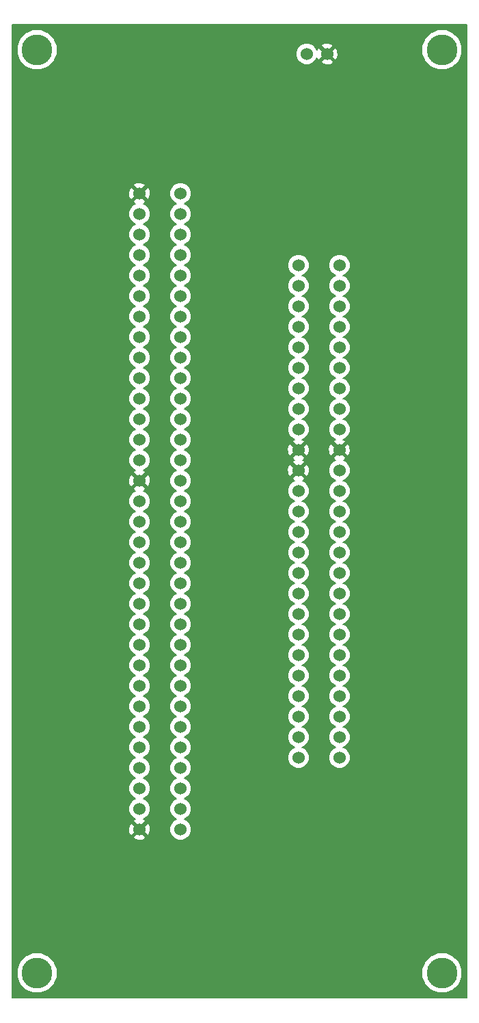
<source format=gbl>
G04 #@! TF.GenerationSoftware,KiCad,Pcbnew,5.0.1-33cea8e~68~ubuntu18.04.1*
G04 #@! TF.CreationDate,2018-11-20T23:31:39-05:00*
G04 #@! TF.ProjectId,power-pcb,706F7765722D7063622E6B696361645F,0.1*
G04 #@! TF.SameCoordinates,Original*
G04 #@! TF.FileFunction,Copper,L2,Bot,Signal*
G04 #@! TF.FilePolarity,Positive*
%FSLAX45Y45*%
G04 Gerber Fmt 4.5, Leading zero omitted, Abs format (unit mm)*
G04 Created by KiCad (PCBNEW 5.0.1-33cea8e~68~ubuntu18.04.1) date Tue 20 Nov 2018 11:31:39 PM EST*
%MOMM*%
%LPD*%
G01*
G04 APERTURE LIST*
G04 #@! TA.AperFunction,ComponentPad*
%ADD10C,3.810000*%
G04 #@! TD*
G04 #@! TA.AperFunction,ComponentPad*
%ADD11C,1.524000*%
G04 #@! TD*
G04 #@! TA.AperFunction,Conductor*
%ADD12C,0.177800*%
G04 #@! TD*
G04 APERTURE END LIST*
D10*
G04 #@! TO.P,REF\002A\002A,1*
G04 #@! TO.N,N/C*
X17208500Y-4572000D03*
G04 #@! TD*
G04 #@! TO.P,REF\002A\002A,1*
G04 #@! TO.N,N/C*
X12192000Y-4572000D03*
G04 #@! TD*
G04 #@! TO.P,REF\002A\002A,1*
G04 #@! TO.N,N/C*
X17208500Y-16002000D03*
G04 #@! TD*
G04 #@! TO.P,REF\002A\002A,1*
G04 #@! TO.N,N/C*
X12192000Y-16002000D03*
G04 #@! TD*
D11*
G04 #@! TO.P,CON102,1*
G04 #@! TO.N,+5V*
X15532100Y-4622800D03*
G04 #@! TO.P,CON102,2*
G04 #@! TO.N,GND*
X15786100Y-4622800D03*
G04 #@! TD*
G04 #@! TO.P,CON103,A22*
G04 #@! TO.N,Net-(CON103-PadA22)*
X13462000Y-8890000D03*
G04 #@! TO.P,CON103,A21*
G04 #@! TO.N,Net-(CON103-PadA21)*
X13462000Y-9144000D03*
G04 #@! TO.P,CON103,A20*
G04 #@! TO.N,Net-(CON103-PadA20)*
X13462000Y-9398000D03*
G04 #@! TO.P,CON103,A19*
G04 #@! TO.N,Net-(CON103-PadA19)*
X13462000Y-9652000D03*
G04 #@! TO.P,CON103,A18*
G04 #@! TO.N,GND*
X13462000Y-9906000D03*
G04 #@! TO.P,CON103,A17*
G04 #@! TO.N,Net-(CON103-PadA17)*
X13462000Y-10160000D03*
G04 #@! TO.P,CON103,A16*
G04 #@! TO.N,Net-(CON103-PadA16)*
X13462000Y-10414000D03*
G04 #@! TO.P,CON103,A15*
G04 #@! TO.N,Net-(CON103-PadA15)*
X13462000Y-10668000D03*
G04 #@! TO.P,CON103,A14*
G04 #@! TO.N,Net-(CON103-PadA14)*
X13462000Y-10922000D03*
G04 #@! TO.P,CON103,A13*
G04 #@! TO.N,Net-(CON103-PadA13)*
X13462000Y-11176000D03*
G04 #@! TO.P,CON103,A12*
G04 #@! TO.N,Net-(CON103-PadA12)*
X13462000Y-11430000D03*
G04 #@! TO.P,CON103,A11*
G04 #@! TO.N,Net-(CON103-PadA11)*
X13462000Y-11684000D03*
G04 #@! TO.P,CON103,A10*
G04 #@! TO.N,Net-(CON103-PadA10)*
X13462000Y-11938000D03*
G04 #@! TO.P,CON103,A9*
G04 #@! TO.N,Net-(CON103-PadA9)*
X13462000Y-12192000D03*
G04 #@! TO.P,CON103,A8*
G04 #@! TO.N,Net-(CON103-PadA8)*
X13462000Y-12446000D03*
G04 #@! TO.P,CON103,A7*
G04 #@! TO.N,Net-(CON103-PadA7)*
X13462000Y-12700000D03*
G04 #@! TO.P,CON103,A6*
G04 #@! TO.N,Net-(CON103-PadA6)*
X13462000Y-12954000D03*
G04 #@! TO.P,CON103,A5*
G04 #@! TO.N,Net-(CON103-PadA5)*
X13462000Y-13208000D03*
G04 #@! TO.P,CON103,A4*
G04 #@! TO.N,Net-(CON103-PadA4)*
X13462000Y-13462000D03*
G04 #@! TO.P,CON103,A3*
G04 #@! TO.N,Net-(CON103-PadA3)*
X13462000Y-13716000D03*
G04 #@! TO.P,CON103,A2*
G04 #@! TO.N,+5V*
X13462000Y-13970000D03*
G04 #@! TO.P,CON103,A1*
G04 #@! TO.N,GND*
X13462000Y-14224000D03*
G04 #@! TO.P,CON103,B22*
G04 #@! TO.N,Net-(CON103-PadB22)*
X13970000Y-8890000D03*
G04 #@! TO.P,CON103,B21*
G04 #@! TO.N,Net-(CON103-PadB21)*
X13970000Y-9144000D03*
G04 #@! TO.P,CON103,B20*
G04 #@! TO.N,Net-(CON103-PadB20)*
X13970000Y-9398000D03*
G04 #@! TO.P,CON103,B19*
G04 #@! TO.N,Net-(CON103-PadB19)*
X13970000Y-9652000D03*
G04 #@! TO.P,CON103,B18*
G04 #@! TO.N,Net-(CON103-PadB18)*
X13970000Y-9906000D03*
G04 #@! TO.P,CON103,B17*
G04 #@! TO.N,Net-(CON103-PadB17)*
X13970000Y-10160000D03*
G04 #@! TO.P,CON103,B16*
G04 #@! TO.N,Net-(CON103-PadB16)*
X13970000Y-10414000D03*
G04 #@! TO.P,CON103,B15*
G04 #@! TO.N,Net-(CON103-PadB15)*
X13970000Y-10668000D03*
G04 #@! TO.P,CON103,B14*
G04 #@! TO.N,Net-(CON103-PadB14)*
X13970000Y-10922000D03*
G04 #@! TO.P,CON103,B13*
G04 #@! TO.N,Net-(CON103-PadB13)*
X13970000Y-11176000D03*
G04 #@! TO.P,CON103,B12*
G04 #@! TO.N,Net-(CON103-PadB12)*
X13970000Y-11430000D03*
G04 #@! TO.P,CON103,B11*
G04 #@! TO.N,Net-(CON103-PadB11)*
X13970000Y-11684000D03*
G04 #@! TO.P,CON103,B10*
G04 #@! TO.N,Net-(CON103-PadB10)*
X13970000Y-11938000D03*
G04 #@! TO.P,CON103,B9*
G04 #@! TO.N,Net-(CON103-PadB9)*
X13970000Y-12192000D03*
G04 #@! TO.P,CON103,B8*
G04 #@! TO.N,Net-(CON103-PadB8)*
X13970000Y-12446000D03*
G04 #@! TO.P,CON103,B7*
G04 #@! TO.N,Net-(CON103-PadB7)*
X13970000Y-12700000D03*
G04 #@! TO.P,CON103,B6*
G04 #@! TO.N,Net-(CON103-PadB6)*
X13970000Y-12954000D03*
G04 #@! TO.P,CON103,B5*
G04 #@! TO.N,Net-(CON103-PadB5)*
X13970000Y-13208000D03*
G04 #@! TO.P,CON103,B4*
G04 #@! TO.N,Net-(CON103-PadB4)*
X13970000Y-13462000D03*
G04 #@! TO.P,CON103,B3*
G04 #@! TO.N,Net-(CON103-PadB3)*
X13970000Y-13716000D03*
G04 #@! TO.P,CON103,B2*
G04 #@! TO.N,Net-(CON103-PadB2)*
X13970000Y-13970000D03*
G04 #@! TO.P,CON103,B1*
G04 #@! TO.N,Net-(CON103-PadB1)*
X13970000Y-14224000D03*
G04 #@! TO.P,CON103,B23*
G04 #@! TO.N,Net-(CON103-PadB23)*
X13970000Y-8636000D03*
G04 #@! TO.P,CON103,B24*
G04 #@! TO.N,Net-(CON103-PadB24)*
X13970000Y-8382000D03*
G04 #@! TO.P,CON103,B25*
G04 #@! TO.N,Net-(CON103-PadB25)*
X13970000Y-8128000D03*
G04 #@! TO.P,CON103,B26*
G04 #@! TO.N,Net-(CON103-PadB26)*
X13970000Y-7874000D03*
G04 #@! TO.P,CON103,B27*
G04 #@! TO.N,Net-(CON103-PadB27)*
X13970000Y-7620000D03*
G04 #@! TO.P,CON103,B28*
G04 #@! TO.N,Net-(CON103-PadB28)*
X13970000Y-7366000D03*
G04 #@! TO.P,CON103,B29*
G04 #@! TO.N,Net-(CON103-PadB29)*
X13970000Y-7112000D03*
G04 #@! TO.P,CON103,B30*
G04 #@! TO.N,Net-(CON103-PadB30)*
X13970000Y-6858000D03*
G04 #@! TO.P,CON103,B31*
G04 #@! TO.N,Net-(CON103-PadB31)*
X13970000Y-6604000D03*
G04 #@! TO.P,CON103,B32*
G04 #@! TO.N,Net-(CON103-PadB32)*
X13970000Y-6350000D03*
G04 #@! TO.P,CON103,A27*
G04 #@! TO.N,Net-(CON103-PadA27)*
X13462000Y-7620000D03*
G04 #@! TO.P,CON103,A28*
G04 #@! TO.N,Net-(CON103-PadA28)*
X13462000Y-7366000D03*
G04 #@! TO.P,CON103,A29*
G04 #@! TO.N,Net-(CON103-PadA29)*
X13462000Y-7112000D03*
G04 #@! TO.P,CON103,A30*
G04 #@! TO.N,Net-(CON103-PadA30)*
X13462000Y-6858000D03*
G04 #@! TO.P,CON103,A31*
G04 #@! TO.N,+5V*
X13462000Y-6604000D03*
G04 #@! TO.P,CON103,A32*
G04 #@! TO.N,GND*
X13462000Y-6350000D03*
G04 #@! TO.P,CON103,A23*
G04 #@! TO.N,Net-(CON103-PadA23)*
X13462000Y-8636000D03*
G04 #@! TO.P,CON103,A24*
G04 #@! TO.N,Net-(CON103-PadA24)*
X13462000Y-8382000D03*
G04 #@! TO.P,CON103,A25*
G04 #@! TO.N,Net-(CON103-PadA25)*
X13462000Y-8128000D03*
G04 #@! TO.P,CON103,A26*
G04 #@! TO.N,Net-(CON103-PadA26)*
X13462000Y-7874000D03*
G04 #@! TD*
G04 #@! TO.P,CON104,44*
G04 #@! TO.N,Net-(CON104-Pad44)*
X15938500Y-12573000D03*
G04 #@! TO.P,CON104,42*
G04 #@! TO.N,Net-(CON104-Pad42)*
X15938500Y-12319000D03*
G04 #@! TO.P,CON104,40*
G04 #@! TO.N,Net-(CON104-Pad40)*
X15938500Y-12065000D03*
G04 #@! TO.P,CON104,38*
G04 #@! TO.N,Net-(CON104-Pad38)*
X15938500Y-11811000D03*
G04 #@! TO.P,CON104,36*
G04 #@! TO.N,Net-(CON104-Pad36)*
X15938500Y-11557000D03*
G04 #@! TO.P,CON104,34*
G04 #@! TO.N,Net-(CON104-Pad34)*
X15938500Y-11303000D03*
G04 #@! TO.P,CON104,32*
G04 #@! TO.N,Net-(CON104-Pad32)*
X15938500Y-11049000D03*
G04 #@! TO.P,CON104,30*
G04 #@! TO.N,Net-(CON104-Pad30)*
X15938500Y-10795000D03*
G04 #@! TO.P,CON104,28*
G04 #@! TO.N,Net-(CON104-Pad28)*
X15938500Y-10541000D03*
G04 #@! TO.P,CON104,26*
G04 #@! TO.N,Net-(CON104-Pad26)*
X15938500Y-10287000D03*
G04 #@! TO.P,CON104,24*
G04 #@! TO.N,Net-(CON104-Pad24)*
X15938500Y-10033000D03*
G04 #@! TO.P,CON104,22*
G04 #@! TO.N,Net-(CON104-Pad22)*
X15938500Y-9779000D03*
G04 #@! TO.P,CON104,20*
G04 #@! TO.N,GND*
X15938500Y-9525000D03*
G04 #@! TO.P,CON104,18*
G04 #@! TO.N,Net-(CON104-Pad18)*
X15938500Y-9271000D03*
G04 #@! TO.P,CON104,16*
G04 #@! TO.N,Net-(CON104-Pad16)*
X15938500Y-9017000D03*
G04 #@! TO.P,CON104,14*
G04 #@! TO.N,Net-(CON104-Pad14)*
X15938500Y-8763000D03*
G04 #@! TO.P,CON104,12*
G04 #@! TO.N,Net-(CON104-Pad12)*
X15938500Y-8509000D03*
G04 #@! TO.P,CON104,10*
G04 #@! TO.N,Net-(CON104-Pad10)*
X15938500Y-8255000D03*
G04 #@! TO.P,CON104,8*
G04 #@! TO.N,Net-(CON104-Pad8)*
X15938500Y-8001000D03*
G04 #@! TO.P,CON104,6*
G04 #@! TO.N,Net-(CON104-Pad6)*
X15938500Y-7747000D03*
G04 #@! TO.P,CON104,4*
G04 #@! TO.N,Net-(CON104-Pad4)*
X15938500Y-7493000D03*
G04 #@! TO.P,CON104,2*
G04 #@! TO.N,Net-(CON104-Pad2)*
X15938500Y-7239000D03*
G04 #@! TO.P,CON104,43*
G04 #@! TO.N,Net-(CON104-Pad43)*
X15430500Y-12573000D03*
G04 #@! TO.P,CON104,41*
G04 #@! TO.N,Net-(CON104-Pad41)*
X15430500Y-12319000D03*
G04 #@! TO.P,CON104,39*
G04 #@! TO.N,Net-(CON104-Pad39)*
X15430500Y-12065000D03*
G04 #@! TO.P,CON104,37*
G04 #@! TO.N,Net-(CON104-Pad37)*
X15430500Y-11811000D03*
G04 #@! TO.P,CON104,35*
G04 #@! TO.N,+5V*
X15430500Y-11557000D03*
G04 #@! TO.P,CON104,33*
G04 #@! TO.N,Net-(CON104-Pad33)*
X15430500Y-11303000D03*
G04 #@! TO.P,CON104,31*
G04 #@! TO.N,Net-(CON104-Pad31)*
X15430500Y-11049000D03*
G04 #@! TO.P,CON104,29*
G04 #@! TO.N,Net-(CON104-Pad29)*
X15430500Y-10795000D03*
G04 #@! TO.P,CON104,27*
G04 #@! TO.N,Net-(CON104-Pad27)*
X15430500Y-10541000D03*
G04 #@! TO.P,CON104,25*
G04 #@! TO.N,Net-(CON104-Pad25)*
X15430500Y-10287000D03*
G04 #@! TO.P,CON104,23*
G04 #@! TO.N,Net-(CON104-Pad23)*
X15430500Y-10033000D03*
G04 #@! TO.P,CON104,21*
G04 #@! TO.N,GND*
X15430500Y-9779000D03*
G04 #@! TO.P,CON104,19*
X15430500Y-9525000D03*
G04 #@! TO.P,CON104,17*
G04 #@! TO.N,Net-(CON104-Pad17)*
X15430500Y-9271000D03*
G04 #@! TO.P,CON104,15*
G04 #@! TO.N,Net-(CON104-Pad15)*
X15430500Y-9017000D03*
G04 #@! TO.P,CON104,13*
G04 #@! TO.N,Net-(CON104-Pad13)*
X15430500Y-8763000D03*
G04 #@! TO.P,CON104,11*
G04 #@! TO.N,Net-(CON104-Pad11)*
X15430500Y-8509000D03*
G04 #@! TO.P,CON104,9*
G04 #@! TO.N,Net-(CON104-Pad9)*
X15430500Y-8255000D03*
G04 #@! TO.P,CON104,7*
G04 #@! TO.N,Net-(CON104-Pad7)*
X15430500Y-8001000D03*
G04 #@! TO.P,CON104,5*
G04 #@! TO.N,Net-(CON104-Pad5)*
X15430500Y-7747000D03*
G04 #@! TO.P,CON104,3*
G04 #@! TO.N,Net-(CON104-Pad3)*
X15430500Y-7493000D03*
G04 #@! TO.P,CON104,1*
G04 #@! TO.N,+5V*
X15430500Y-7239000D03*
G04 #@! TO.P,CON104,45*
G04 #@! TO.N,Net-(CON104-Pad45)*
X15430500Y-12827000D03*
G04 #@! TO.P,CON104,47*
G04 #@! TO.N,Net-(CON104-Pad47)*
X15430500Y-13081000D03*
G04 #@! TO.P,CON104,49*
G04 #@! TO.N,Net-(CON104-Pad49)*
X15430500Y-13335000D03*
G04 #@! TO.P,CON104,46*
G04 #@! TO.N,Net-(CON104-Pad46)*
X15938500Y-12827000D03*
G04 #@! TO.P,CON104,48*
G04 #@! TO.N,Net-(CON104-Pad48)*
X15938500Y-13081000D03*
G04 #@! TO.P,CON104,50*
G04 #@! TO.N,Net-(CON104-Pad50)*
X15938500Y-13335000D03*
G04 #@! TD*
D12*
G04 #@! TO.N,GND*
G36*
X17517110Y-16310610D02*
X11883390Y-16310610D01*
X11883390Y-15952234D01*
X11941810Y-15952234D01*
X11941810Y-16051766D01*
X11979899Y-16143721D01*
X12050279Y-16214101D01*
X12142234Y-16252190D01*
X12241766Y-16252190D01*
X12333721Y-16214101D01*
X12404101Y-16143721D01*
X12442190Y-16051766D01*
X12442190Y-15952234D01*
X16958310Y-15952234D01*
X16958310Y-16051766D01*
X16996399Y-16143721D01*
X17066779Y-16214101D01*
X17158734Y-16252190D01*
X17258266Y-16252190D01*
X17350221Y-16214101D01*
X17420601Y-16143721D01*
X17458690Y-16051766D01*
X17458690Y-15952234D01*
X17420601Y-15860279D01*
X17350221Y-15789899D01*
X17258266Y-15751810D01*
X17158734Y-15751810D01*
X17066779Y-15789899D01*
X16996399Y-15860279D01*
X16958310Y-15952234D01*
X12442190Y-15952234D01*
X12404101Y-15860279D01*
X12333721Y-15789899D01*
X12241766Y-15751810D01*
X12142234Y-15751810D01*
X12050279Y-15789899D01*
X11979899Y-15860279D01*
X11941810Y-15952234D01*
X11883390Y-15952234D01*
X11883390Y-14322311D01*
X13387038Y-14322311D01*
X13394498Y-14344997D01*
X13445940Y-14361618D01*
X13499827Y-14357289D01*
X13529502Y-14344997D01*
X13536962Y-14322311D01*
X13462000Y-14247349D01*
X13387038Y-14322311D01*
X11883390Y-14322311D01*
X11883390Y-14207940D01*
X13324382Y-14207940D01*
X13328711Y-14261827D01*
X13341003Y-14291502D01*
X13363689Y-14298962D01*
X13438651Y-14224000D01*
X13485349Y-14224000D01*
X13560311Y-14298962D01*
X13582997Y-14291502D01*
X13599618Y-14240060D01*
X13595289Y-14186173D01*
X13582997Y-14156498D01*
X13560311Y-14149038D01*
X13485349Y-14224000D01*
X13438651Y-14224000D01*
X13363689Y-14149038D01*
X13341003Y-14156498D01*
X13324382Y-14207940D01*
X11883390Y-14207940D01*
X11883390Y-10132970D01*
X13326110Y-10132970D01*
X13326110Y-10187030D01*
X13346798Y-10236976D01*
X13385024Y-10275202D01*
X13413507Y-10287000D01*
X13385024Y-10298798D01*
X13346798Y-10337025D01*
X13326110Y-10386970D01*
X13326110Y-10441030D01*
X13346798Y-10490976D01*
X13385024Y-10529202D01*
X13413507Y-10541000D01*
X13385024Y-10552798D01*
X13346798Y-10591025D01*
X13326110Y-10640970D01*
X13326110Y-10695030D01*
X13346798Y-10744976D01*
X13385024Y-10783202D01*
X13413507Y-10795000D01*
X13385024Y-10806798D01*
X13346798Y-10845025D01*
X13326110Y-10894970D01*
X13326110Y-10949030D01*
X13346798Y-10998976D01*
X13385024Y-11037202D01*
X13413507Y-11049000D01*
X13385024Y-11060798D01*
X13346798Y-11099025D01*
X13326110Y-11148970D01*
X13326110Y-11203030D01*
X13346798Y-11252975D01*
X13385024Y-11291202D01*
X13413507Y-11303000D01*
X13385024Y-11314798D01*
X13346798Y-11353024D01*
X13326110Y-11402970D01*
X13326110Y-11457030D01*
X13346798Y-11506975D01*
X13385024Y-11545202D01*
X13413507Y-11557000D01*
X13385024Y-11568798D01*
X13346798Y-11607024D01*
X13326110Y-11656970D01*
X13326110Y-11711030D01*
X13346798Y-11760975D01*
X13385024Y-11799202D01*
X13413507Y-11811000D01*
X13385024Y-11822798D01*
X13346798Y-11861024D01*
X13326110Y-11910970D01*
X13326110Y-11965030D01*
X13346798Y-12014975D01*
X13385024Y-12053202D01*
X13413507Y-12065000D01*
X13385024Y-12076798D01*
X13346798Y-12115024D01*
X13326110Y-12164970D01*
X13326110Y-12219030D01*
X13346798Y-12268975D01*
X13385024Y-12307202D01*
X13413507Y-12319000D01*
X13385024Y-12330798D01*
X13346798Y-12369024D01*
X13326110Y-12418970D01*
X13326110Y-12473030D01*
X13346798Y-12522975D01*
X13385024Y-12561202D01*
X13413507Y-12573000D01*
X13385024Y-12584798D01*
X13346798Y-12623024D01*
X13326110Y-12672970D01*
X13326110Y-12727030D01*
X13346798Y-12776975D01*
X13385024Y-12815202D01*
X13413507Y-12827000D01*
X13385024Y-12838798D01*
X13346798Y-12877024D01*
X13326110Y-12926970D01*
X13326110Y-12981030D01*
X13346798Y-13030975D01*
X13385024Y-13069202D01*
X13413507Y-13081000D01*
X13385024Y-13092798D01*
X13346798Y-13131024D01*
X13326110Y-13180970D01*
X13326110Y-13235030D01*
X13346798Y-13284975D01*
X13385024Y-13323202D01*
X13413507Y-13335000D01*
X13385024Y-13346798D01*
X13346798Y-13385024D01*
X13326110Y-13434970D01*
X13326110Y-13489030D01*
X13346798Y-13538975D01*
X13385024Y-13577202D01*
X13413507Y-13589000D01*
X13385024Y-13600798D01*
X13346798Y-13639024D01*
X13326110Y-13688970D01*
X13326110Y-13743030D01*
X13346798Y-13792975D01*
X13385024Y-13831202D01*
X13413507Y-13843000D01*
X13385024Y-13854798D01*
X13346798Y-13893024D01*
X13326110Y-13942970D01*
X13326110Y-13997030D01*
X13346798Y-14046975D01*
X13385024Y-14085202D01*
X13411249Y-14096065D01*
X13394498Y-14103003D01*
X13387038Y-14125689D01*
X13462000Y-14200651D01*
X13536962Y-14125689D01*
X13529502Y-14103003D01*
X13510681Y-14096922D01*
X13538975Y-14085202D01*
X13577202Y-14046975D01*
X13597890Y-13997030D01*
X13597890Y-13942970D01*
X13577202Y-13893024D01*
X13538975Y-13854798D01*
X13510492Y-13843000D01*
X13538975Y-13831202D01*
X13577202Y-13792975D01*
X13597890Y-13743030D01*
X13597890Y-13688970D01*
X13577202Y-13639024D01*
X13538975Y-13600798D01*
X13510492Y-13589000D01*
X13538975Y-13577202D01*
X13577202Y-13538975D01*
X13597890Y-13489030D01*
X13597890Y-13434970D01*
X13577202Y-13385024D01*
X13538975Y-13346798D01*
X13510492Y-13335000D01*
X13538975Y-13323202D01*
X13577202Y-13284975D01*
X13597890Y-13235030D01*
X13597890Y-13180970D01*
X13577202Y-13131024D01*
X13538975Y-13092798D01*
X13510492Y-13081000D01*
X13538975Y-13069202D01*
X13577202Y-13030975D01*
X13597890Y-12981030D01*
X13597890Y-12926970D01*
X13577202Y-12877024D01*
X13538975Y-12838798D01*
X13510492Y-12827000D01*
X13538975Y-12815202D01*
X13577202Y-12776975D01*
X13597890Y-12727030D01*
X13597890Y-12672970D01*
X13577202Y-12623024D01*
X13538975Y-12584798D01*
X13510492Y-12573000D01*
X13538975Y-12561202D01*
X13577202Y-12522975D01*
X13597890Y-12473030D01*
X13597890Y-12418970D01*
X13577202Y-12369024D01*
X13538975Y-12330798D01*
X13510492Y-12319000D01*
X13538975Y-12307202D01*
X13577202Y-12268975D01*
X13597890Y-12219030D01*
X13597890Y-12164970D01*
X13577202Y-12115024D01*
X13538975Y-12076798D01*
X13510492Y-12065000D01*
X13538975Y-12053202D01*
X13577202Y-12014975D01*
X13597890Y-11965030D01*
X13597890Y-11910970D01*
X13577202Y-11861024D01*
X13538975Y-11822798D01*
X13510492Y-11811000D01*
X13538975Y-11799202D01*
X13577202Y-11760975D01*
X13597890Y-11711030D01*
X13597890Y-11656970D01*
X13577202Y-11607024D01*
X13538975Y-11568798D01*
X13510492Y-11557000D01*
X13538975Y-11545202D01*
X13577202Y-11506975D01*
X13597890Y-11457030D01*
X13597890Y-11402970D01*
X13577202Y-11353024D01*
X13538975Y-11314798D01*
X13510492Y-11303000D01*
X13538975Y-11291202D01*
X13577202Y-11252975D01*
X13597890Y-11203030D01*
X13597890Y-11148970D01*
X13577202Y-11099025D01*
X13538975Y-11060798D01*
X13510492Y-11049000D01*
X13538975Y-11037202D01*
X13577202Y-10998976D01*
X13597890Y-10949030D01*
X13597890Y-10894970D01*
X13577202Y-10845025D01*
X13538975Y-10806798D01*
X13510492Y-10795000D01*
X13538975Y-10783202D01*
X13577202Y-10744976D01*
X13597890Y-10695030D01*
X13597890Y-10640970D01*
X13577202Y-10591025D01*
X13538975Y-10552798D01*
X13510492Y-10541000D01*
X13538975Y-10529202D01*
X13577202Y-10490976D01*
X13597890Y-10441030D01*
X13597890Y-10386970D01*
X13577202Y-10337025D01*
X13538975Y-10298798D01*
X13510492Y-10287000D01*
X13538975Y-10275202D01*
X13577202Y-10236976D01*
X13597890Y-10187030D01*
X13597890Y-10132970D01*
X13577202Y-10083025D01*
X13538975Y-10044798D01*
X13512751Y-10033935D01*
X13529502Y-10026997D01*
X13536962Y-10004311D01*
X13462000Y-9929349D01*
X13387038Y-10004311D01*
X13394498Y-10026997D01*
X13413319Y-10033078D01*
X13385024Y-10044798D01*
X13346798Y-10083025D01*
X13326110Y-10132970D01*
X11883390Y-10132970D01*
X11883390Y-9889940D01*
X13324382Y-9889940D01*
X13328711Y-9943827D01*
X13341003Y-9973502D01*
X13363689Y-9980962D01*
X13438651Y-9906000D01*
X13485349Y-9906000D01*
X13560311Y-9980962D01*
X13582997Y-9973502D01*
X13599618Y-9922060D01*
X13595289Y-9868173D01*
X13582997Y-9838498D01*
X13560311Y-9831038D01*
X13485349Y-9906000D01*
X13438651Y-9906000D01*
X13363689Y-9831038D01*
X13341003Y-9838498D01*
X13324382Y-9889940D01*
X11883390Y-9889940D01*
X11883390Y-6576970D01*
X13326110Y-6576970D01*
X13326110Y-6631030D01*
X13346798Y-6680975D01*
X13385024Y-6719202D01*
X13413507Y-6731000D01*
X13385024Y-6742798D01*
X13346798Y-6781024D01*
X13326110Y-6830970D01*
X13326110Y-6885030D01*
X13346798Y-6934975D01*
X13385024Y-6973202D01*
X13413507Y-6985000D01*
X13385024Y-6996798D01*
X13346798Y-7035024D01*
X13326110Y-7084970D01*
X13326110Y-7139030D01*
X13346798Y-7188975D01*
X13385024Y-7227202D01*
X13413507Y-7239000D01*
X13385024Y-7250798D01*
X13346798Y-7289024D01*
X13326110Y-7338970D01*
X13326110Y-7393030D01*
X13346798Y-7442975D01*
X13385024Y-7481202D01*
X13413507Y-7493000D01*
X13385024Y-7504798D01*
X13346798Y-7543024D01*
X13326110Y-7592970D01*
X13326110Y-7647030D01*
X13346798Y-7696975D01*
X13385024Y-7735202D01*
X13413507Y-7747000D01*
X13385024Y-7758798D01*
X13346798Y-7797024D01*
X13326110Y-7846970D01*
X13326110Y-7901030D01*
X13346798Y-7950975D01*
X13385024Y-7989202D01*
X13413507Y-8001000D01*
X13385024Y-8012798D01*
X13346798Y-8051024D01*
X13326110Y-8100970D01*
X13326110Y-8155030D01*
X13346798Y-8204975D01*
X13385024Y-8243202D01*
X13413507Y-8255000D01*
X13385024Y-8266798D01*
X13346798Y-8305024D01*
X13326110Y-8354970D01*
X13326110Y-8409030D01*
X13346798Y-8458976D01*
X13385024Y-8497202D01*
X13413507Y-8509000D01*
X13385024Y-8520798D01*
X13346798Y-8559025D01*
X13326110Y-8608970D01*
X13326110Y-8663030D01*
X13346798Y-8712976D01*
X13385024Y-8751202D01*
X13413507Y-8763000D01*
X13385024Y-8774798D01*
X13346798Y-8813025D01*
X13326110Y-8862970D01*
X13326110Y-8917030D01*
X13346798Y-8966976D01*
X13385024Y-9005202D01*
X13413507Y-9017000D01*
X13385024Y-9028798D01*
X13346798Y-9067025D01*
X13326110Y-9116970D01*
X13326110Y-9171030D01*
X13346798Y-9220976D01*
X13385024Y-9259202D01*
X13413507Y-9271000D01*
X13385024Y-9282798D01*
X13346798Y-9321025D01*
X13326110Y-9370970D01*
X13326110Y-9425030D01*
X13346798Y-9474976D01*
X13385024Y-9513202D01*
X13413507Y-9525000D01*
X13385024Y-9536798D01*
X13346798Y-9575025D01*
X13326110Y-9624970D01*
X13326110Y-9679030D01*
X13346798Y-9728976D01*
X13385024Y-9767202D01*
X13411249Y-9778065D01*
X13394498Y-9785003D01*
X13387038Y-9807689D01*
X13462000Y-9882651D01*
X13536962Y-9807689D01*
X13529502Y-9785003D01*
X13510681Y-9778922D01*
X13538975Y-9767202D01*
X13577202Y-9728976D01*
X13597890Y-9679030D01*
X13597890Y-9624970D01*
X13577202Y-9575025D01*
X13538975Y-9536798D01*
X13510492Y-9525000D01*
X13538975Y-9513202D01*
X13577202Y-9474976D01*
X13597890Y-9425030D01*
X13597890Y-9370970D01*
X13577202Y-9321025D01*
X13538975Y-9282798D01*
X13510492Y-9271000D01*
X13538975Y-9259202D01*
X13577202Y-9220976D01*
X13597890Y-9171030D01*
X13597890Y-9116970D01*
X13577202Y-9067025D01*
X13538975Y-9028798D01*
X13510492Y-9017000D01*
X13538975Y-9005202D01*
X13577202Y-8966976D01*
X13597890Y-8917030D01*
X13597890Y-8862970D01*
X13577202Y-8813025D01*
X13538975Y-8774798D01*
X13510492Y-8763000D01*
X13538975Y-8751202D01*
X13577202Y-8712976D01*
X13597890Y-8663030D01*
X13597890Y-8608970D01*
X13577202Y-8559025D01*
X13538975Y-8520798D01*
X13510492Y-8509000D01*
X13538975Y-8497202D01*
X13577202Y-8458976D01*
X13597890Y-8409030D01*
X13597890Y-8354970D01*
X13577202Y-8305024D01*
X13538975Y-8266798D01*
X13510492Y-8255000D01*
X13538975Y-8243202D01*
X13577202Y-8204975D01*
X13597890Y-8155030D01*
X13597890Y-8100970D01*
X13577202Y-8051024D01*
X13538975Y-8012798D01*
X13510492Y-8001000D01*
X13538975Y-7989202D01*
X13577202Y-7950975D01*
X13597890Y-7901030D01*
X13597890Y-7846970D01*
X13577202Y-7797024D01*
X13538975Y-7758798D01*
X13510492Y-7747000D01*
X13538975Y-7735202D01*
X13577202Y-7696975D01*
X13597890Y-7647030D01*
X13597890Y-7592970D01*
X13577202Y-7543024D01*
X13538975Y-7504798D01*
X13510492Y-7493000D01*
X13538975Y-7481202D01*
X13577202Y-7442975D01*
X13597890Y-7393030D01*
X13597890Y-7338970D01*
X13577202Y-7289024D01*
X13538975Y-7250798D01*
X13510492Y-7239000D01*
X13538975Y-7227202D01*
X13577202Y-7188975D01*
X13597890Y-7139030D01*
X13597890Y-7084970D01*
X13577202Y-7035024D01*
X13538975Y-6996798D01*
X13510492Y-6985000D01*
X13538975Y-6973202D01*
X13577202Y-6934975D01*
X13597890Y-6885030D01*
X13597890Y-6830970D01*
X13577202Y-6781024D01*
X13538975Y-6742798D01*
X13510492Y-6731000D01*
X13538975Y-6719202D01*
X13577202Y-6680975D01*
X13597890Y-6631030D01*
X13597890Y-6576970D01*
X13577202Y-6527024D01*
X13538975Y-6488798D01*
X13512751Y-6477935D01*
X13529502Y-6470997D01*
X13536962Y-6448311D01*
X13462000Y-6373349D01*
X13387038Y-6448311D01*
X13394498Y-6470997D01*
X13413319Y-6477078D01*
X13385024Y-6488798D01*
X13346798Y-6527024D01*
X13326110Y-6576970D01*
X11883390Y-6576970D01*
X11883390Y-6333940D01*
X13324382Y-6333940D01*
X13328711Y-6387827D01*
X13341003Y-6417502D01*
X13363689Y-6424962D01*
X13438651Y-6350000D01*
X13485349Y-6350000D01*
X13560311Y-6424962D01*
X13582997Y-6417502D01*
X13599618Y-6366060D01*
X13596156Y-6322970D01*
X13834110Y-6322970D01*
X13834110Y-6377030D01*
X13854798Y-6426975D01*
X13893024Y-6465202D01*
X13921507Y-6477000D01*
X13893024Y-6488798D01*
X13854798Y-6527024D01*
X13834110Y-6576970D01*
X13834110Y-6631030D01*
X13854798Y-6680975D01*
X13893024Y-6719202D01*
X13921507Y-6731000D01*
X13893024Y-6742798D01*
X13854798Y-6781024D01*
X13834110Y-6830970D01*
X13834110Y-6885030D01*
X13854798Y-6934975D01*
X13893024Y-6973202D01*
X13921507Y-6985000D01*
X13893024Y-6996798D01*
X13854798Y-7035024D01*
X13834110Y-7084970D01*
X13834110Y-7139030D01*
X13854798Y-7188975D01*
X13893024Y-7227202D01*
X13921507Y-7239000D01*
X13893024Y-7250798D01*
X13854798Y-7289024D01*
X13834110Y-7338970D01*
X13834110Y-7393030D01*
X13854798Y-7442975D01*
X13893024Y-7481202D01*
X13921507Y-7493000D01*
X13893024Y-7504798D01*
X13854798Y-7543024D01*
X13834110Y-7592970D01*
X13834110Y-7647030D01*
X13854798Y-7696975D01*
X13893024Y-7735202D01*
X13921507Y-7747000D01*
X13893024Y-7758798D01*
X13854798Y-7797024D01*
X13834110Y-7846970D01*
X13834110Y-7901030D01*
X13854798Y-7950975D01*
X13893024Y-7989202D01*
X13921507Y-8001000D01*
X13893024Y-8012798D01*
X13854798Y-8051024D01*
X13834110Y-8100970D01*
X13834110Y-8155030D01*
X13854798Y-8204975D01*
X13893024Y-8243202D01*
X13921507Y-8255000D01*
X13893024Y-8266798D01*
X13854798Y-8305024D01*
X13834110Y-8354970D01*
X13834110Y-8409030D01*
X13854798Y-8458976D01*
X13893024Y-8497202D01*
X13921507Y-8509000D01*
X13893024Y-8520798D01*
X13854798Y-8559025D01*
X13834110Y-8608970D01*
X13834110Y-8663030D01*
X13854798Y-8712976D01*
X13893024Y-8751202D01*
X13921507Y-8763000D01*
X13893024Y-8774798D01*
X13854798Y-8813025D01*
X13834110Y-8862970D01*
X13834110Y-8917030D01*
X13854798Y-8966976D01*
X13893024Y-9005202D01*
X13921507Y-9017000D01*
X13893024Y-9028798D01*
X13854798Y-9067025D01*
X13834110Y-9116970D01*
X13834110Y-9171030D01*
X13854798Y-9220976D01*
X13893024Y-9259202D01*
X13921507Y-9271000D01*
X13893024Y-9282798D01*
X13854798Y-9321025D01*
X13834110Y-9370970D01*
X13834110Y-9425030D01*
X13854798Y-9474976D01*
X13893024Y-9513202D01*
X13921507Y-9525000D01*
X13893024Y-9536798D01*
X13854798Y-9575025D01*
X13834110Y-9624970D01*
X13834110Y-9679030D01*
X13854798Y-9728976D01*
X13893024Y-9767202D01*
X13921507Y-9779000D01*
X13893024Y-9790798D01*
X13854798Y-9829025D01*
X13834110Y-9878970D01*
X13834110Y-9933030D01*
X13854798Y-9982976D01*
X13893024Y-10021202D01*
X13921507Y-10033000D01*
X13893024Y-10044798D01*
X13854798Y-10083025D01*
X13834110Y-10132970D01*
X13834110Y-10187030D01*
X13854798Y-10236976D01*
X13893024Y-10275202D01*
X13921507Y-10287000D01*
X13893024Y-10298798D01*
X13854798Y-10337025D01*
X13834110Y-10386970D01*
X13834110Y-10441030D01*
X13854798Y-10490976D01*
X13893024Y-10529202D01*
X13921507Y-10541000D01*
X13893024Y-10552798D01*
X13854798Y-10591025D01*
X13834110Y-10640970D01*
X13834110Y-10695030D01*
X13854798Y-10744976D01*
X13893024Y-10783202D01*
X13921507Y-10795000D01*
X13893024Y-10806798D01*
X13854798Y-10845025D01*
X13834110Y-10894970D01*
X13834110Y-10949030D01*
X13854798Y-10998976D01*
X13893024Y-11037202D01*
X13921507Y-11049000D01*
X13893024Y-11060798D01*
X13854798Y-11099025D01*
X13834110Y-11148970D01*
X13834110Y-11203030D01*
X13854798Y-11252975D01*
X13893024Y-11291202D01*
X13921507Y-11303000D01*
X13893024Y-11314798D01*
X13854798Y-11353024D01*
X13834110Y-11402970D01*
X13834110Y-11457030D01*
X13854798Y-11506975D01*
X13893024Y-11545202D01*
X13921507Y-11557000D01*
X13893024Y-11568798D01*
X13854798Y-11607024D01*
X13834110Y-11656970D01*
X13834110Y-11711030D01*
X13854798Y-11760975D01*
X13893024Y-11799202D01*
X13921507Y-11811000D01*
X13893024Y-11822798D01*
X13854798Y-11861024D01*
X13834110Y-11910970D01*
X13834110Y-11965030D01*
X13854798Y-12014975D01*
X13893024Y-12053202D01*
X13921507Y-12065000D01*
X13893024Y-12076798D01*
X13854798Y-12115024D01*
X13834110Y-12164970D01*
X13834110Y-12219030D01*
X13854798Y-12268975D01*
X13893024Y-12307202D01*
X13921507Y-12319000D01*
X13893024Y-12330798D01*
X13854798Y-12369024D01*
X13834110Y-12418970D01*
X13834110Y-12473030D01*
X13854798Y-12522975D01*
X13893024Y-12561202D01*
X13921507Y-12573000D01*
X13893024Y-12584798D01*
X13854798Y-12623024D01*
X13834110Y-12672970D01*
X13834110Y-12727030D01*
X13854798Y-12776975D01*
X13893024Y-12815202D01*
X13921507Y-12827000D01*
X13893024Y-12838798D01*
X13854798Y-12877024D01*
X13834110Y-12926970D01*
X13834110Y-12981030D01*
X13854798Y-13030975D01*
X13893024Y-13069202D01*
X13921507Y-13081000D01*
X13893024Y-13092798D01*
X13854798Y-13131024D01*
X13834110Y-13180970D01*
X13834110Y-13235030D01*
X13854798Y-13284975D01*
X13893024Y-13323202D01*
X13921507Y-13335000D01*
X13893024Y-13346798D01*
X13854798Y-13385024D01*
X13834110Y-13434970D01*
X13834110Y-13489030D01*
X13854798Y-13538975D01*
X13893024Y-13577202D01*
X13921507Y-13589000D01*
X13893024Y-13600798D01*
X13854798Y-13639024D01*
X13834110Y-13688970D01*
X13834110Y-13743030D01*
X13854798Y-13792975D01*
X13893024Y-13831202D01*
X13921507Y-13843000D01*
X13893024Y-13854798D01*
X13854798Y-13893024D01*
X13834110Y-13942970D01*
X13834110Y-13997030D01*
X13854798Y-14046975D01*
X13893024Y-14085202D01*
X13921507Y-14097000D01*
X13893024Y-14108798D01*
X13854798Y-14147024D01*
X13834110Y-14196970D01*
X13834110Y-14251030D01*
X13854798Y-14300975D01*
X13893024Y-14339202D01*
X13942970Y-14359890D01*
X13997030Y-14359890D01*
X14046975Y-14339202D01*
X14085202Y-14300975D01*
X14105890Y-14251030D01*
X14105890Y-14196970D01*
X14085202Y-14147024D01*
X14046975Y-14108798D01*
X14018492Y-14097000D01*
X14046975Y-14085202D01*
X14085202Y-14046975D01*
X14105890Y-13997030D01*
X14105890Y-13942970D01*
X14085202Y-13893024D01*
X14046975Y-13854798D01*
X14018492Y-13843000D01*
X14046975Y-13831202D01*
X14085202Y-13792975D01*
X14105890Y-13743030D01*
X14105890Y-13688970D01*
X14085202Y-13639024D01*
X14046975Y-13600798D01*
X14018492Y-13589000D01*
X14046975Y-13577202D01*
X14085202Y-13538975D01*
X14105890Y-13489030D01*
X14105890Y-13434970D01*
X14085202Y-13385024D01*
X14046975Y-13346798D01*
X14018492Y-13335000D01*
X14046975Y-13323202D01*
X14085202Y-13284975D01*
X14105890Y-13235030D01*
X14105890Y-13180970D01*
X14085202Y-13131024D01*
X14046975Y-13092798D01*
X14018492Y-13081000D01*
X14046975Y-13069202D01*
X14085202Y-13030975D01*
X14105890Y-12981030D01*
X14105890Y-12926970D01*
X14085202Y-12877024D01*
X14046975Y-12838798D01*
X14018492Y-12827000D01*
X14046975Y-12815202D01*
X14085202Y-12776975D01*
X14105890Y-12727030D01*
X14105890Y-12672970D01*
X14085202Y-12623024D01*
X14046975Y-12584798D01*
X14018492Y-12573000D01*
X14046975Y-12561202D01*
X14085202Y-12522975D01*
X14105890Y-12473030D01*
X14105890Y-12418970D01*
X14085202Y-12369024D01*
X14046975Y-12330798D01*
X14018492Y-12319000D01*
X14046975Y-12307202D01*
X14085202Y-12268975D01*
X14105890Y-12219030D01*
X14105890Y-12164970D01*
X14085202Y-12115024D01*
X14046975Y-12076798D01*
X14018492Y-12065000D01*
X14046975Y-12053202D01*
X14085202Y-12014975D01*
X14105890Y-11965030D01*
X14105890Y-11910970D01*
X14085202Y-11861024D01*
X14046975Y-11822798D01*
X14018492Y-11811000D01*
X14046975Y-11799202D01*
X14085202Y-11760975D01*
X14105890Y-11711030D01*
X14105890Y-11656970D01*
X14085202Y-11607024D01*
X14046975Y-11568798D01*
X14018492Y-11557000D01*
X14046975Y-11545202D01*
X14085202Y-11506975D01*
X14105890Y-11457030D01*
X14105890Y-11402970D01*
X14085202Y-11353024D01*
X14046975Y-11314798D01*
X14018492Y-11303000D01*
X14046975Y-11291202D01*
X14085202Y-11252975D01*
X14105890Y-11203030D01*
X14105890Y-11148970D01*
X14085202Y-11099025D01*
X14046975Y-11060798D01*
X14018492Y-11049000D01*
X14046975Y-11037202D01*
X14085202Y-10998976D01*
X14105890Y-10949030D01*
X14105890Y-10894970D01*
X14085202Y-10845025D01*
X14046975Y-10806798D01*
X14018492Y-10795000D01*
X14046975Y-10783202D01*
X14085202Y-10744976D01*
X14105890Y-10695030D01*
X14105890Y-10640970D01*
X14085202Y-10591025D01*
X14046975Y-10552798D01*
X14018492Y-10541000D01*
X14046975Y-10529202D01*
X14085202Y-10490976D01*
X14105890Y-10441030D01*
X14105890Y-10386970D01*
X14085202Y-10337025D01*
X14046975Y-10298798D01*
X14018492Y-10287000D01*
X14046975Y-10275202D01*
X14085202Y-10236976D01*
X14105890Y-10187030D01*
X14105890Y-10132970D01*
X14085202Y-10083025D01*
X14046975Y-10044798D01*
X14018492Y-10033000D01*
X14046975Y-10021202D01*
X14062208Y-10005970D01*
X15294610Y-10005970D01*
X15294610Y-10060030D01*
X15315298Y-10109976D01*
X15353524Y-10148202D01*
X15382007Y-10160000D01*
X15353524Y-10171798D01*
X15315298Y-10210025D01*
X15294610Y-10259970D01*
X15294610Y-10314030D01*
X15315298Y-10363976D01*
X15353524Y-10402202D01*
X15382007Y-10414000D01*
X15353524Y-10425798D01*
X15315298Y-10464025D01*
X15294610Y-10513970D01*
X15294610Y-10568030D01*
X15315298Y-10617976D01*
X15353524Y-10656202D01*
X15382007Y-10668000D01*
X15353524Y-10679798D01*
X15315298Y-10718025D01*
X15294610Y-10767970D01*
X15294610Y-10822030D01*
X15315298Y-10871976D01*
X15353524Y-10910202D01*
X15382007Y-10922000D01*
X15353524Y-10933798D01*
X15315298Y-10972025D01*
X15294610Y-11021970D01*
X15294610Y-11076030D01*
X15315298Y-11125976D01*
X15353524Y-11164202D01*
X15382007Y-11176000D01*
X15353524Y-11187798D01*
X15315298Y-11226024D01*
X15294610Y-11275970D01*
X15294610Y-11330030D01*
X15315298Y-11379975D01*
X15353524Y-11418202D01*
X15382007Y-11430000D01*
X15353524Y-11441798D01*
X15315298Y-11480024D01*
X15294610Y-11529970D01*
X15294610Y-11584030D01*
X15315298Y-11633975D01*
X15353524Y-11672202D01*
X15382007Y-11684000D01*
X15353524Y-11695798D01*
X15315298Y-11734024D01*
X15294610Y-11783970D01*
X15294610Y-11838030D01*
X15315298Y-11887975D01*
X15353524Y-11926202D01*
X15382007Y-11938000D01*
X15353524Y-11949798D01*
X15315298Y-11988024D01*
X15294610Y-12037970D01*
X15294610Y-12092030D01*
X15315298Y-12141975D01*
X15353524Y-12180202D01*
X15382007Y-12192000D01*
X15353524Y-12203798D01*
X15315298Y-12242024D01*
X15294610Y-12291970D01*
X15294610Y-12346030D01*
X15315298Y-12395975D01*
X15353524Y-12434202D01*
X15382007Y-12446000D01*
X15353524Y-12457798D01*
X15315298Y-12496024D01*
X15294610Y-12545970D01*
X15294610Y-12600030D01*
X15315298Y-12649975D01*
X15353524Y-12688202D01*
X15382007Y-12700000D01*
X15353524Y-12711798D01*
X15315298Y-12750024D01*
X15294610Y-12799970D01*
X15294610Y-12854030D01*
X15315298Y-12903975D01*
X15353524Y-12942202D01*
X15382007Y-12954000D01*
X15353524Y-12965798D01*
X15315298Y-13004024D01*
X15294610Y-13053970D01*
X15294610Y-13108030D01*
X15315298Y-13157975D01*
X15353524Y-13196202D01*
X15382007Y-13208000D01*
X15353524Y-13219798D01*
X15315298Y-13258024D01*
X15294610Y-13307970D01*
X15294610Y-13362030D01*
X15315298Y-13411975D01*
X15353524Y-13450202D01*
X15403470Y-13470890D01*
X15457530Y-13470890D01*
X15507475Y-13450202D01*
X15545702Y-13411975D01*
X15566390Y-13362030D01*
X15566390Y-13307970D01*
X15545702Y-13258024D01*
X15507475Y-13219798D01*
X15478992Y-13208000D01*
X15507475Y-13196202D01*
X15545702Y-13157975D01*
X15566390Y-13108030D01*
X15566390Y-13053970D01*
X15545702Y-13004024D01*
X15507475Y-12965798D01*
X15478992Y-12954000D01*
X15507475Y-12942202D01*
X15545702Y-12903975D01*
X15566390Y-12854030D01*
X15566390Y-12799970D01*
X15545702Y-12750024D01*
X15507475Y-12711798D01*
X15478992Y-12700000D01*
X15507475Y-12688202D01*
X15545702Y-12649975D01*
X15566390Y-12600030D01*
X15566390Y-12545970D01*
X15545702Y-12496024D01*
X15507475Y-12457798D01*
X15478992Y-12446000D01*
X15507475Y-12434202D01*
X15545702Y-12395975D01*
X15566390Y-12346030D01*
X15566390Y-12291970D01*
X15545702Y-12242024D01*
X15507475Y-12203798D01*
X15478992Y-12192000D01*
X15507475Y-12180202D01*
X15545702Y-12141975D01*
X15566390Y-12092030D01*
X15566390Y-12037970D01*
X15545702Y-11988024D01*
X15507475Y-11949798D01*
X15478992Y-11938000D01*
X15507475Y-11926202D01*
X15545702Y-11887975D01*
X15566390Y-11838030D01*
X15566390Y-11783970D01*
X15545702Y-11734024D01*
X15507475Y-11695798D01*
X15478992Y-11684000D01*
X15507475Y-11672202D01*
X15545702Y-11633975D01*
X15566390Y-11584030D01*
X15566390Y-11529970D01*
X15545702Y-11480024D01*
X15507475Y-11441798D01*
X15478992Y-11430000D01*
X15507475Y-11418202D01*
X15545702Y-11379975D01*
X15566390Y-11330030D01*
X15566390Y-11275970D01*
X15545702Y-11226024D01*
X15507475Y-11187798D01*
X15478992Y-11176000D01*
X15507475Y-11164202D01*
X15545702Y-11125976D01*
X15566390Y-11076030D01*
X15566390Y-11021970D01*
X15545702Y-10972025D01*
X15507475Y-10933798D01*
X15478992Y-10922000D01*
X15507475Y-10910202D01*
X15545702Y-10871976D01*
X15566390Y-10822030D01*
X15566390Y-10767970D01*
X15545702Y-10718025D01*
X15507475Y-10679798D01*
X15478992Y-10668000D01*
X15507475Y-10656202D01*
X15545702Y-10617976D01*
X15566390Y-10568030D01*
X15566390Y-10513970D01*
X15545702Y-10464025D01*
X15507475Y-10425798D01*
X15478992Y-10414000D01*
X15507475Y-10402202D01*
X15545702Y-10363976D01*
X15566390Y-10314030D01*
X15566390Y-10259970D01*
X15545702Y-10210025D01*
X15507475Y-10171798D01*
X15478992Y-10160000D01*
X15507475Y-10148202D01*
X15545702Y-10109976D01*
X15566390Y-10060030D01*
X15566390Y-10005970D01*
X15545702Y-9956025D01*
X15507475Y-9917798D01*
X15481251Y-9906935D01*
X15498002Y-9899997D01*
X15505462Y-9877311D01*
X15430500Y-9802349D01*
X15355538Y-9877311D01*
X15362998Y-9899997D01*
X15381819Y-9906078D01*
X15353524Y-9917798D01*
X15315298Y-9956025D01*
X15294610Y-10005970D01*
X14062208Y-10005970D01*
X14085202Y-9982976D01*
X14105890Y-9933030D01*
X14105890Y-9878970D01*
X14085202Y-9829025D01*
X14046975Y-9790798D01*
X14018492Y-9779000D01*
X14046975Y-9767202D01*
X14051237Y-9762940D01*
X15292882Y-9762940D01*
X15297211Y-9816827D01*
X15309503Y-9846502D01*
X15332189Y-9853962D01*
X15407151Y-9779000D01*
X15453849Y-9779000D01*
X15528811Y-9853962D01*
X15551497Y-9846502D01*
X15568118Y-9795060D01*
X15564656Y-9751970D01*
X15802610Y-9751970D01*
X15802610Y-9806030D01*
X15823298Y-9855976D01*
X15861524Y-9894202D01*
X15890007Y-9906000D01*
X15861524Y-9917798D01*
X15823298Y-9956025D01*
X15802610Y-10005970D01*
X15802610Y-10060030D01*
X15823298Y-10109976D01*
X15861524Y-10148202D01*
X15890007Y-10160000D01*
X15861524Y-10171798D01*
X15823298Y-10210025D01*
X15802610Y-10259970D01*
X15802610Y-10314030D01*
X15823298Y-10363976D01*
X15861524Y-10402202D01*
X15890007Y-10414000D01*
X15861524Y-10425798D01*
X15823298Y-10464025D01*
X15802610Y-10513970D01*
X15802610Y-10568030D01*
X15823298Y-10617976D01*
X15861524Y-10656202D01*
X15890007Y-10668000D01*
X15861524Y-10679798D01*
X15823298Y-10718025D01*
X15802610Y-10767970D01*
X15802610Y-10822030D01*
X15823298Y-10871976D01*
X15861524Y-10910202D01*
X15890007Y-10922000D01*
X15861524Y-10933798D01*
X15823298Y-10972025D01*
X15802610Y-11021970D01*
X15802610Y-11076030D01*
X15823298Y-11125976D01*
X15861524Y-11164202D01*
X15890007Y-11176000D01*
X15861524Y-11187798D01*
X15823298Y-11226024D01*
X15802610Y-11275970D01*
X15802610Y-11330030D01*
X15823298Y-11379975D01*
X15861524Y-11418202D01*
X15890007Y-11430000D01*
X15861524Y-11441798D01*
X15823298Y-11480024D01*
X15802610Y-11529970D01*
X15802610Y-11584030D01*
X15823298Y-11633975D01*
X15861524Y-11672202D01*
X15890007Y-11684000D01*
X15861524Y-11695798D01*
X15823298Y-11734024D01*
X15802610Y-11783970D01*
X15802610Y-11838030D01*
X15823298Y-11887975D01*
X15861524Y-11926202D01*
X15890007Y-11938000D01*
X15861524Y-11949798D01*
X15823298Y-11988024D01*
X15802610Y-12037970D01*
X15802610Y-12092030D01*
X15823298Y-12141975D01*
X15861524Y-12180202D01*
X15890007Y-12192000D01*
X15861524Y-12203798D01*
X15823298Y-12242024D01*
X15802610Y-12291970D01*
X15802610Y-12346030D01*
X15823298Y-12395975D01*
X15861524Y-12434202D01*
X15890007Y-12446000D01*
X15861524Y-12457798D01*
X15823298Y-12496024D01*
X15802610Y-12545970D01*
X15802610Y-12600030D01*
X15823298Y-12649975D01*
X15861524Y-12688202D01*
X15890007Y-12700000D01*
X15861524Y-12711798D01*
X15823298Y-12750024D01*
X15802610Y-12799970D01*
X15802610Y-12854030D01*
X15823298Y-12903975D01*
X15861524Y-12942202D01*
X15890007Y-12954000D01*
X15861524Y-12965798D01*
X15823298Y-13004024D01*
X15802610Y-13053970D01*
X15802610Y-13108030D01*
X15823298Y-13157975D01*
X15861524Y-13196202D01*
X15890007Y-13208000D01*
X15861524Y-13219798D01*
X15823298Y-13258024D01*
X15802610Y-13307970D01*
X15802610Y-13362030D01*
X15823298Y-13411975D01*
X15861524Y-13450202D01*
X15911470Y-13470890D01*
X15965530Y-13470890D01*
X16015475Y-13450202D01*
X16053702Y-13411975D01*
X16074390Y-13362030D01*
X16074390Y-13307970D01*
X16053702Y-13258024D01*
X16015475Y-13219798D01*
X15986992Y-13208000D01*
X16015475Y-13196202D01*
X16053702Y-13157975D01*
X16074390Y-13108030D01*
X16074390Y-13053970D01*
X16053702Y-13004024D01*
X16015475Y-12965798D01*
X15986992Y-12954000D01*
X16015475Y-12942202D01*
X16053702Y-12903975D01*
X16074390Y-12854030D01*
X16074390Y-12799970D01*
X16053702Y-12750024D01*
X16015475Y-12711798D01*
X15986992Y-12700000D01*
X16015475Y-12688202D01*
X16053702Y-12649975D01*
X16074390Y-12600030D01*
X16074390Y-12545970D01*
X16053702Y-12496024D01*
X16015475Y-12457798D01*
X15986992Y-12446000D01*
X16015475Y-12434202D01*
X16053702Y-12395975D01*
X16074390Y-12346030D01*
X16074390Y-12291970D01*
X16053702Y-12242024D01*
X16015475Y-12203798D01*
X15986992Y-12192000D01*
X16015475Y-12180202D01*
X16053702Y-12141975D01*
X16074390Y-12092030D01*
X16074390Y-12037970D01*
X16053702Y-11988024D01*
X16015475Y-11949798D01*
X15986992Y-11938000D01*
X16015475Y-11926202D01*
X16053702Y-11887975D01*
X16074390Y-11838030D01*
X16074390Y-11783970D01*
X16053702Y-11734024D01*
X16015475Y-11695798D01*
X15986992Y-11684000D01*
X16015475Y-11672202D01*
X16053702Y-11633975D01*
X16074390Y-11584030D01*
X16074390Y-11529970D01*
X16053702Y-11480024D01*
X16015475Y-11441798D01*
X15986992Y-11430000D01*
X16015475Y-11418202D01*
X16053702Y-11379975D01*
X16074390Y-11330030D01*
X16074390Y-11275970D01*
X16053702Y-11226024D01*
X16015475Y-11187798D01*
X15986992Y-11176000D01*
X16015475Y-11164202D01*
X16053702Y-11125976D01*
X16074390Y-11076030D01*
X16074390Y-11021970D01*
X16053702Y-10972025D01*
X16015475Y-10933798D01*
X15986992Y-10922000D01*
X16015475Y-10910202D01*
X16053702Y-10871976D01*
X16074390Y-10822030D01*
X16074390Y-10767970D01*
X16053702Y-10718025D01*
X16015475Y-10679798D01*
X15986992Y-10668000D01*
X16015475Y-10656202D01*
X16053702Y-10617976D01*
X16074390Y-10568030D01*
X16074390Y-10513970D01*
X16053702Y-10464025D01*
X16015475Y-10425798D01*
X15986992Y-10414000D01*
X16015475Y-10402202D01*
X16053702Y-10363976D01*
X16074390Y-10314030D01*
X16074390Y-10259970D01*
X16053702Y-10210025D01*
X16015475Y-10171798D01*
X15986992Y-10160000D01*
X16015475Y-10148202D01*
X16053702Y-10109976D01*
X16074390Y-10060030D01*
X16074390Y-10005970D01*
X16053702Y-9956025D01*
X16015475Y-9917798D01*
X15986992Y-9906000D01*
X16015475Y-9894202D01*
X16053702Y-9855976D01*
X16074390Y-9806030D01*
X16074390Y-9751970D01*
X16053702Y-9702025D01*
X16015475Y-9663798D01*
X15989251Y-9652935D01*
X16006002Y-9645997D01*
X16013462Y-9623311D01*
X15938500Y-9548349D01*
X15863538Y-9623311D01*
X15870998Y-9645997D01*
X15889819Y-9652078D01*
X15861524Y-9663798D01*
X15823298Y-9702025D01*
X15802610Y-9751970D01*
X15564656Y-9751970D01*
X15563789Y-9741173D01*
X15551497Y-9711498D01*
X15528811Y-9704038D01*
X15453849Y-9779000D01*
X15407151Y-9779000D01*
X15332189Y-9704038D01*
X15309503Y-9711498D01*
X15292882Y-9762940D01*
X14051237Y-9762940D01*
X14085202Y-9728976D01*
X14105890Y-9679030D01*
X14105890Y-9624970D01*
X14105203Y-9623311D01*
X15355538Y-9623311D01*
X15362998Y-9645997D01*
X15379282Y-9651258D01*
X15362998Y-9658003D01*
X15355538Y-9680689D01*
X15430500Y-9755651D01*
X15505462Y-9680689D01*
X15498002Y-9658003D01*
X15481718Y-9652742D01*
X15498002Y-9645997D01*
X15505462Y-9623311D01*
X15430500Y-9548349D01*
X15355538Y-9623311D01*
X14105203Y-9623311D01*
X14085202Y-9575025D01*
X14046975Y-9536798D01*
X14018492Y-9525000D01*
X14046975Y-9513202D01*
X14051237Y-9508940D01*
X15292882Y-9508940D01*
X15297211Y-9562827D01*
X15309503Y-9592502D01*
X15332189Y-9599962D01*
X15407151Y-9525000D01*
X15453849Y-9525000D01*
X15528811Y-9599962D01*
X15551497Y-9592502D01*
X15568118Y-9541060D01*
X15565538Y-9508940D01*
X15800882Y-9508940D01*
X15805211Y-9562827D01*
X15817503Y-9592502D01*
X15840189Y-9599962D01*
X15915151Y-9525000D01*
X15961849Y-9525000D01*
X16036811Y-9599962D01*
X16059497Y-9592502D01*
X16076118Y-9541060D01*
X16071789Y-9487173D01*
X16059497Y-9457498D01*
X16036811Y-9450038D01*
X15961849Y-9525000D01*
X15915151Y-9525000D01*
X15840189Y-9450038D01*
X15817503Y-9457498D01*
X15800882Y-9508940D01*
X15565538Y-9508940D01*
X15563789Y-9487173D01*
X15551497Y-9457498D01*
X15528811Y-9450038D01*
X15453849Y-9525000D01*
X15407151Y-9525000D01*
X15332189Y-9450038D01*
X15309503Y-9457498D01*
X15292882Y-9508940D01*
X14051237Y-9508940D01*
X14085202Y-9474976D01*
X14105890Y-9425030D01*
X14105890Y-9370970D01*
X14085202Y-9321025D01*
X14046975Y-9282798D01*
X14018492Y-9271000D01*
X14046975Y-9259202D01*
X14085202Y-9220976D01*
X14105890Y-9171030D01*
X14105890Y-9116970D01*
X14085202Y-9067025D01*
X14046975Y-9028798D01*
X14018492Y-9017000D01*
X14046975Y-9005202D01*
X14085202Y-8966976D01*
X14105890Y-8917030D01*
X14105890Y-8862970D01*
X14085202Y-8813025D01*
X14046975Y-8774798D01*
X14018492Y-8763000D01*
X14046975Y-8751202D01*
X14085202Y-8712976D01*
X14105890Y-8663030D01*
X14105890Y-8608970D01*
X14085202Y-8559025D01*
X14046975Y-8520798D01*
X14018492Y-8509000D01*
X14046975Y-8497202D01*
X14085202Y-8458976D01*
X14105890Y-8409030D01*
X14105890Y-8354970D01*
X14085202Y-8305024D01*
X14046975Y-8266798D01*
X14018492Y-8255000D01*
X14046975Y-8243202D01*
X14085202Y-8204975D01*
X14105890Y-8155030D01*
X14105890Y-8100970D01*
X14085202Y-8051024D01*
X14046975Y-8012798D01*
X14018492Y-8001000D01*
X14046975Y-7989202D01*
X14085202Y-7950975D01*
X14105890Y-7901030D01*
X14105890Y-7846970D01*
X14085202Y-7797024D01*
X14046975Y-7758798D01*
X14018492Y-7747000D01*
X14046975Y-7735202D01*
X14085202Y-7696975D01*
X14105890Y-7647030D01*
X14105890Y-7592970D01*
X14085202Y-7543024D01*
X14046975Y-7504798D01*
X14018492Y-7493000D01*
X14046975Y-7481202D01*
X14085202Y-7442975D01*
X14105890Y-7393030D01*
X14105890Y-7338970D01*
X14085202Y-7289024D01*
X14046975Y-7250798D01*
X14018492Y-7239000D01*
X14046975Y-7227202D01*
X14062208Y-7211970D01*
X15294610Y-7211970D01*
X15294610Y-7266030D01*
X15315298Y-7315975D01*
X15353524Y-7354202D01*
X15382007Y-7366000D01*
X15353524Y-7377798D01*
X15315298Y-7416024D01*
X15294610Y-7465970D01*
X15294610Y-7520030D01*
X15315298Y-7569975D01*
X15353524Y-7608202D01*
X15382007Y-7620000D01*
X15353524Y-7631798D01*
X15315298Y-7670024D01*
X15294610Y-7719970D01*
X15294610Y-7774030D01*
X15315298Y-7823975D01*
X15353524Y-7862202D01*
X15382007Y-7874000D01*
X15353524Y-7885798D01*
X15315298Y-7924024D01*
X15294610Y-7973970D01*
X15294610Y-8028030D01*
X15315298Y-8077975D01*
X15353524Y-8116202D01*
X15382007Y-8128000D01*
X15353524Y-8139798D01*
X15315298Y-8178024D01*
X15294610Y-8227970D01*
X15294610Y-8282030D01*
X15315298Y-8331975D01*
X15353524Y-8370202D01*
X15382007Y-8382000D01*
X15353524Y-8393798D01*
X15315298Y-8432025D01*
X15294610Y-8481970D01*
X15294610Y-8536030D01*
X15315298Y-8585976D01*
X15353524Y-8624202D01*
X15382007Y-8636000D01*
X15353524Y-8647798D01*
X15315298Y-8686025D01*
X15294610Y-8735970D01*
X15294610Y-8790030D01*
X15315298Y-8839976D01*
X15353524Y-8878202D01*
X15382007Y-8890000D01*
X15353524Y-8901798D01*
X15315298Y-8940025D01*
X15294610Y-8989970D01*
X15294610Y-9044030D01*
X15315298Y-9093976D01*
X15353524Y-9132202D01*
X15382007Y-9144000D01*
X15353524Y-9155798D01*
X15315298Y-9194025D01*
X15294610Y-9243970D01*
X15294610Y-9298030D01*
X15315298Y-9347976D01*
X15353524Y-9386202D01*
X15379749Y-9397065D01*
X15362998Y-9404003D01*
X15355538Y-9426689D01*
X15430500Y-9501651D01*
X15505462Y-9426689D01*
X15498002Y-9404003D01*
X15479181Y-9397922D01*
X15507475Y-9386202D01*
X15545702Y-9347976D01*
X15566390Y-9298030D01*
X15566390Y-9243970D01*
X15545702Y-9194025D01*
X15507475Y-9155798D01*
X15478992Y-9144000D01*
X15507475Y-9132202D01*
X15545702Y-9093976D01*
X15566390Y-9044030D01*
X15566390Y-8989970D01*
X15545702Y-8940025D01*
X15507475Y-8901798D01*
X15478992Y-8890000D01*
X15507475Y-8878202D01*
X15545702Y-8839976D01*
X15566390Y-8790030D01*
X15566390Y-8735970D01*
X15545702Y-8686025D01*
X15507475Y-8647798D01*
X15478992Y-8636000D01*
X15507475Y-8624202D01*
X15545702Y-8585976D01*
X15566390Y-8536030D01*
X15566390Y-8481970D01*
X15545702Y-8432025D01*
X15507475Y-8393798D01*
X15478992Y-8382000D01*
X15507475Y-8370202D01*
X15545702Y-8331975D01*
X15566390Y-8282030D01*
X15566390Y-8227970D01*
X15545702Y-8178024D01*
X15507475Y-8139798D01*
X15478992Y-8128000D01*
X15507475Y-8116202D01*
X15545702Y-8077975D01*
X15566390Y-8028030D01*
X15566390Y-7973970D01*
X15545702Y-7924024D01*
X15507475Y-7885798D01*
X15478992Y-7874000D01*
X15507475Y-7862202D01*
X15545702Y-7823975D01*
X15566390Y-7774030D01*
X15566390Y-7719970D01*
X15545702Y-7670024D01*
X15507475Y-7631798D01*
X15478992Y-7620000D01*
X15507475Y-7608202D01*
X15545702Y-7569975D01*
X15566390Y-7520030D01*
X15566390Y-7465970D01*
X15545702Y-7416024D01*
X15507475Y-7377798D01*
X15478992Y-7366000D01*
X15507475Y-7354202D01*
X15545702Y-7315975D01*
X15566390Y-7266030D01*
X15566390Y-7211970D01*
X15802610Y-7211970D01*
X15802610Y-7266030D01*
X15823298Y-7315975D01*
X15861524Y-7354202D01*
X15890007Y-7366000D01*
X15861524Y-7377798D01*
X15823298Y-7416024D01*
X15802610Y-7465970D01*
X15802610Y-7520030D01*
X15823298Y-7569975D01*
X15861524Y-7608202D01*
X15890007Y-7620000D01*
X15861524Y-7631798D01*
X15823298Y-7670024D01*
X15802610Y-7719970D01*
X15802610Y-7774030D01*
X15823298Y-7823975D01*
X15861524Y-7862202D01*
X15890007Y-7874000D01*
X15861524Y-7885798D01*
X15823298Y-7924024D01*
X15802610Y-7973970D01*
X15802610Y-8028030D01*
X15823298Y-8077975D01*
X15861524Y-8116202D01*
X15890007Y-8128000D01*
X15861524Y-8139798D01*
X15823298Y-8178024D01*
X15802610Y-8227970D01*
X15802610Y-8282030D01*
X15823298Y-8331975D01*
X15861524Y-8370202D01*
X15890007Y-8382000D01*
X15861524Y-8393798D01*
X15823298Y-8432025D01*
X15802610Y-8481970D01*
X15802610Y-8536030D01*
X15823298Y-8585976D01*
X15861524Y-8624202D01*
X15890007Y-8636000D01*
X15861524Y-8647798D01*
X15823298Y-8686025D01*
X15802610Y-8735970D01*
X15802610Y-8790030D01*
X15823298Y-8839976D01*
X15861524Y-8878202D01*
X15890007Y-8890000D01*
X15861524Y-8901798D01*
X15823298Y-8940025D01*
X15802610Y-8989970D01*
X15802610Y-9044030D01*
X15823298Y-9093976D01*
X15861524Y-9132202D01*
X15890007Y-9144000D01*
X15861524Y-9155798D01*
X15823298Y-9194025D01*
X15802610Y-9243970D01*
X15802610Y-9298030D01*
X15823298Y-9347976D01*
X15861524Y-9386202D01*
X15887749Y-9397065D01*
X15870998Y-9404003D01*
X15863538Y-9426689D01*
X15938500Y-9501651D01*
X16013462Y-9426689D01*
X16006002Y-9404003D01*
X15987181Y-9397922D01*
X16015475Y-9386202D01*
X16053702Y-9347976D01*
X16074390Y-9298030D01*
X16074390Y-9243970D01*
X16053702Y-9194025D01*
X16015475Y-9155798D01*
X15986992Y-9144000D01*
X16015475Y-9132202D01*
X16053702Y-9093976D01*
X16074390Y-9044030D01*
X16074390Y-8989970D01*
X16053702Y-8940025D01*
X16015475Y-8901798D01*
X15986992Y-8890000D01*
X16015475Y-8878202D01*
X16053702Y-8839976D01*
X16074390Y-8790030D01*
X16074390Y-8735970D01*
X16053702Y-8686025D01*
X16015475Y-8647798D01*
X15986992Y-8636000D01*
X16015475Y-8624202D01*
X16053702Y-8585976D01*
X16074390Y-8536030D01*
X16074390Y-8481970D01*
X16053702Y-8432025D01*
X16015475Y-8393798D01*
X15986992Y-8382000D01*
X16015475Y-8370202D01*
X16053702Y-8331975D01*
X16074390Y-8282030D01*
X16074390Y-8227970D01*
X16053702Y-8178024D01*
X16015475Y-8139798D01*
X15986992Y-8128000D01*
X16015475Y-8116202D01*
X16053702Y-8077975D01*
X16074390Y-8028030D01*
X16074390Y-7973970D01*
X16053702Y-7924024D01*
X16015475Y-7885798D01*
X15986992Y-7874000D01*
X16015475Y-7862202D01*
X16053702Y-7823975D01*
X16074390Y-7774030D01*
X16074390Y-7719970D01*
X16053702Y-7670024D01*
X16015475Y-7631798D01*
X15986992Y-7620000D01*
X16015475Y-7608202D01*
X16053702Y-7569975D01*
X16074390Y-7520030D01*
X16074390Y-7465970D01*
X16053702Y-7416024D01*
X16015475Y-7377798D01*
X15986992Y-7366000D01*
X16015475Y-7354202D01*
X16053702Y-7315975D01*
X16074390Y-7266030D01*
X16074390Y-7211970D01*
X16053702Y-7162024D01*
X16015475Y-7123798D01*
X15965530Y-7103110D01*
X15911470Y-7103110D01*
X15861524Y-7123798D01*
X15823298Y-7162024D01*
X15802610Y-7211970D01*
X15566390Y-7211970D01*
X15545702Y-7162024D01*
X15507475Y-7123798D01*
X15457530Y-7103110D01*
X15403470Y-7103110D01*
X15353524Y-7123798D01*
X15315298Y-7162024D01*
X15294610Y-7211970D01*
X14062208Y-7211970D01*
X14085202Y-7188975D01*
X14105890Y-7139030D01*
X14105890Y-7084970D01*
X14085202Y-7035024D01*
X14046975Y-6996798D01*
X14018492Y-6985000D01*
X14046975Y-6973202D01*
X14085202Y-6934975D01*
X14105890Y-6885030D01*
X14105890Y-6830970D01*
X14085202Y-6781024D01*
X14046975Y-6742798D01*
X14018492Y-6731000D01*
X14046975Y-6719202D01*
X14085202Y-6680975D01*
X14105890Y-6631030D01*
X14105890Y-6576970D01*
X14085202Y-6527024D01*
X14046975Y-6488798D01*
X14018492Y-6477000D01*
X14046975Y-6465202D01*
X14085202Y-6426975D01*
X14105890Y-6377030D01*
X14105890Y-6322970D01*
X14085202Y-6273024D01*
X14046975Y-6234798D01*
X13997030Y-6214110D01*
X13942970Y-6214110D01*
X13893024Y-6234798D01*
X13854798Y-6273024D01*
X13834110Y-6322970D01*
X13596156Y-6322970D01*
X13595289Y-6312173D01*
X13582997Y-6282498D01*
X13560311Y-6275038D01*
X13485349Y-6350000D01*
X13438651Y-6350000D01*
X13363689Y-6275038D01*
X13341003Y-6282498D01*
X13324382Y-6333940D01*
X11883390Y-6333940D01*
X11883390Y-6251689D01*
X13387038Y-6251689D01*
X13462000Y-6326651D01*
X13536962Y-6251689D01*
X13529502Y-6229003D01*
X13478060Y-6212382D01*
X13424173Y-6216711D01*
X13394498Y-6229003D01*
X13387038Y-6251689D01*
X11883390Y-6251689D01*
X11883390Y-4522234D01*
X11941810Y-4522234D01*
X11941810Y-4621766D01*
X11979899Y-4713721D01*
X12050279Y-4784101D01*
X12142234Y-4822190D01*
X12241766Y-4822190D01*
X12333721Y-4784101D01*
X12404101Y-4713721D01*
X12442190Y-4621766D01*
X12442190Y-4595770D01*
X15396210Y-4595770D01*
X15396210Y-4649830D01*
X15416898Y-4699776D01*
X15455124Y-4738002D01*
X15505070Y-4758690D01*
X15559130Y-4758690D01*
X15609075Y-4738002D01*
X15625967Y-4721111D01*
X15711138Y-4721111D01*
X15718598Y-4743797D01*
X15770040Y-4760418D01*
X15823927Y-4756089D01*
X15853602Y-4743797D01*
X15861062Y-4721111D01*
X15786100Y-4646149D01*
X15711138Y-4721111D01*
X15625967Y-4721111D01*
X15647302Y-4699776D01*
X15658165Y-4673551D01*
X15665103Y-4690302D01*
X15687789Y-4697762D01*
X15762751Y-4622800D01*
X15809449Y-4622800D01*
X15884411Y-4697762D01*
X15907097Y-4690302D01*
X15923718Y-4638860D01*
X15919389Y-4584973D01*
X15907097Y-4555298D01*
X15884411Y-4547838D01*
X15809449Y-4622800D01*
X15762751Y-4622800D01*
X15687789Y-4547838D01*
X15665103Y-4555298D01*
X15659022Y-4574119D01*
X15647302Y-4545825D01*
X15625967Y-4524489D01*
X15711138Y-4524489D01*
X15786100Y-4599451D01*
X15861062Y-4524489D01*
X15860320Y-4522234D01*
X16958310Y-4522234D01*
X16958310Y-4621766D01*
X16996399Y-4713721D01*
X17066779Y-4784101D01*
X17158734Y-4822190D01*
X17258266Y-4822190D01*
X17350221Y-4784101D01*
X17420601Y-4713721D01*
X17458690Y-4621766D01*
X17458690Y-4522234D01*
X17420601Y-4430279D01*
X17350221Y-4359899D01*
X17258266Y-4321810D01*
X17158734Y-4321810D01*
X17066779Y-4359899D01*
X16996399Y-4430279D01*
X16958310Y-4522234D01*
X15860320Y-4522234D01*
X15853602Y-4501803D01*
X15802160Y-4485182D01*
X15748273Y-4489511D01*
X15718598Y-4501803D01*
X15711138Y-4524489D01*
X15625967Y-4524489D01*
X15609075Y-4507598D01*
X15559130Y-4486910D01*
X15505070Y-4486910D01*
X15455124Y-4507598D01*
X15416898Y-4545825D01*
X15396210Y-4595770D01*
X12442190Y-4595770D01*
X12442190Y-4522234D01*
X12404101Y-4430279D01*
X12333721Y-4359899D01*
X12241766Y-4321810D01*
X12142234Y-4321810D01*
X12050279Y-4359899D01*
X11979899Y-4430279D01*
X11941810Y-4522234D01*
X11883390Y-4522234D01*
X11883390Y-4263390D01*
X17517110Y-4263390D01*
X17517110Y-16310610D01*
X17517110Y-16310610D01*
G37*
X17517110Y-16310610D02*
X11883390Y-16310610D01*
X11883390Y-15952234D01*
X11941810Y-15952234D01*
X11941810Y-16051766D01*
X11979899Y-16143721D01*
X12050279Y-16214101D01*
X12142234Y-16252190D01*
X12241766Y-16252190D01*
X12333721Y-16214101D01*
X12404101Y-16143721D01*
X12442190Y-16051766D01*
X12442190Y-15952234D01*
X16958310Y-15952234D01*
X16958310Y-16051766D01*
X16996399Y-16143721D01*
X17066779Y-16214101D01*
X17158734Y-16252190D01*
X17258266Y-16252190D01*
X17350221Y-16214101D01*
X17420601Y-16143721D01*
X17458690Y-16051766D01*
X17458690Y-15952234D01*
X17420601Y-15860279D01*
X17350221Y-15789899D01*
X17258266Y-15751810D01*
X17158734Y-15751810D01*
X17066779Y-15789899D01*
X16996399Y-15860279D01*
X16958310Y-15952234D01*
X12442190Y-15952234D01*
X12404101Y-15860279D01*
X12333721Y-15789899D01*
X12241766Y-15751810D01*
X12142234Y-15751810D01*
X12050279Y-15789899D01*
X11979899Y-15860279D01*
X11941810Y-15952234D01*
X11883390Y-15952234D01*
X11883390Y-14322311D01*
X13387038Y-14322311D01*
X13394498Y-14344997D01*
X13445940Y-14361618D01*
X13499827Y-14357289D01*
X13529502Y-14344997D01*
X13536962Y-14322311D01*
X13462000Y-14247349D01*
X13387038Y-14322311D01*
X11883390Y-14322311D01*
X11883390Y-14207940D01*
X13324382Y-14207940D01*
X13328711Y-14261827D01*
X13341003Y-14291502D01*
X13363689Y-14298962D01*
X13438651Y-14224000D01*
X13485349Y-14224000D01*
X13560311Y-14298962D01*
X13582997Y-14291502D01*
X13599618Y-14240060D01*
X13595289Y-14186173D01*
X13582997Y-14156498D01*
X13560311Y-14149038D01*
X13485349Y-14224000D01*
X13438651Y-14224000D01*
X13363689Y-14149038D01*
X13341003Y-14156498D01*
X13324382Y-14207940D01*
X11883390Y-14207940D01*
X11883390Y-10132970D01*
X13326110Y-10132970D01*
X13326110Y-10187030D01*
X13346798Y-10236976D01*
X13385024Y-10275202D01*
X13413507Y-10287000D01*
X13385024Y-10298798D01*
X13346798Y-10337025D01*
X13326110Y-10386970D01*
X13326110Y-10441030D01*
X13346798Y-10490976D01*
X13385024Y-10529202D01*
X13413507Y-10541000D01*
X13385024Y-10552798D01*
X13346798Y-10591025D01*
X13326110Y-10640970D01*
X13326110Y-10695030D01*
X13346798Y-10744976D01*
X13385024Y-10783202D01*
X13413507Y-10795000D01*
X13385024Y-10806798D01*
X13346798Y-10845025D01*
X13326110Y-10894970D01*
X13326110Y-10949030D01*
X13346798Y-10998976D01*
X13385024Y-11037202D01*
X13413507Y-11049000D01*
X13385024Y-11060798D01*
X13346798Y-11099025D01*
X13326110Y-11148970D01*
X13326110Y-11203030D01*
X13346798Y-11252975D01*
X13385024Y-11291202D01*
X13413507Y-11303000D01*
X13385024Y-11314798D01*
X13346798Y-11353024D01*
X13326110Y-11402970D01*
X13326110Y-11457030D01*
X13346798Y-11506975D01*
X13385024Y-11545202D01*
X13413507Y-11557000D01*
X13385024Y-11568798D01*
X13346798Y-11607024D01*
X13326110Y-11656970D01*
X13326110Y-11711030D01*
X13346798Y-11760975D01*
X13385024Y-11799202D01*
X13413507Y-11811000D01*
X13385024Y-11822798D01*
X13346798Y-11861024D01*
X13326110Y-11910970D01*
X13326110Y-11965030D01*
X13346798Y-12014975D01*
X13385024Y-12053202D01*
X13413507Y-12065000D01*
X13385024Y-12076798D01*
X13346798Y-12115024D01*
X13326110Y-12164970D01*
X13326110Y-12219030D01*
X13346798Y-12268975D01*
X13385024Y-12307202D01*
X13413507Y-12319000D01*
X13385024Y-12330798D01*
X13346798Y-12369024D01*
X13326110Y-12418970D01*
X13326110Y-12473030D01*
X13346798Y-12522975D01*
X13385024Y-12561202D01*
X13413507Y-12573000D01*
X13385024Y-12584798D01*
X13346798Y-12623024D01*
X13326110Y-12672970D01*
X13326110Y-12727030D01*
X13346798Y-12776975D01*
X13385024Y-12815202D01*
X13413507Y-12827000D01*
X13385024Y-12838798D01*
X13346798Y-12877024D01*
X13326110Y-12926970D01*
X13326110Y-12981030D01*
X13346798Y-13030975D01*
X13385024Y-13069202D01*
X13413507Y-13081000D01*
X13385024Y-13092798D01*
X13346798Y-13131024D01*
X13326110Y-13180970D01*
X13326110Y-13235030D01*
X13346798Y-13284975D01*
X13385024Y-13323202D01*
X13413507Y-13335000D01*
X13385024Y-13346798D01*
X13346798Y-13385024D01*
X13326110Y-13434970D01*
X13326110Y-13489030D01*
X13346798Y-13538975D01*
X13385024Y-13577202D01*
X13413507Y-13589000D01*
X13385024Y-13600798D01*
X13346798Y-13639024D01*
X13326110Y-13688970D01*
X13326110Y-13743030D01*
X13346798Y-13792975D01*
X13385024Y-13831202D01*
X13413507Y-13843000D01*
X13385024Y-13854798D01*
X13346798Y-13893024D01*
X13326110Y-13942970D01*
X13326110Y-13997030D01*
X13346798Y-14046975D01*
X13385024Y-14085202D01*
X13411249Y-14096065D01*
X13394498Y-14103003D01*
X13387038Y-14125689D01*
X13462000Y-14200651D01*
X13536962Y-14125689D01*
X13529502Y-14103003D01*
X13510681Y-14096922D01*
X13538975Y-14085202D01*
X13577202Y-14046975D01*
X13597890Y-13997030D01*
X13597890Y-13942970D01*
X13577202Y-13893024D01*
X13538975Y-13854798D01*
X13510492Y-13843000D01*
X13538975Y-13831202D01*
X13577202Y-13792975D01*
X13597890Y-13743030D01*
X13597890Y-13688970D01*
X13577202Y-13639024D01*
X13538975Y-13600798D01*
X13510492Y-13589000D01*
X13538975Y-13577202D01*
X13577202Y-13538975D01*
X13597890Y-13489030D01*
X13597890Y-13434970D01*
X13577202Y-13385024D01*
X13538975Y-13346798D01*
X13510492Y-13335000D01*
X13538975Y-13323202D01*
X13577202Y-13284975D01*
X13597890Y-13235030D01*
X13597890Y-13180970D01*
X13577202Y-13131024D01*
X13538975Y-13092798D01*
X13510492Y-13081000D01*
X13538975Y-13069202D01*
X13577202Y-13030975D01*
X13597890Y-12981030D01*
X13597890Y-12926970D01*
X13577202Y-12877024D01*
X13538975Y-12838798D01*
X13510492Y-12827000D01*
X13538975Y-12815202D01*
X13577202Y-12776975D01*
X13597890Y-12727030D01*
X13597890Y-12672970D01*
X13577202Y-12623024D01*
X13538975Y-12584798D01*
X13510492Y-12573000D01*
X13538975Y-12561202D01*
X13577202Y-12522975D01*
X13597890Y-12473030D01*
X13597890Y-12418970D01*
X13577202Y-12369024D01*
X13538975Y-12330798D01*
X13510492Y-12319000D01*
X13538975Y-12307202D01*
X13577202Y-12268975D01*
X13597890Y-12219030D01*
X13597890Y-12164970D01*
X13577202Y-12115024D01*
X13538975Y-12076798D01*
X13510492Y-12065000D01*
X13538975Y-12053202D01*
X13577202Y-12014975D01*
X13597890Y-11965030D01*
X13597890Y-11910970D01*
X13577202Y-11861024D01*
X13538975Y-11822798D01*
X13510492Y-11811000D01*
X13538975Y-11799202D01*
X13577202Y-11760975D01*
X13597890Y-11711030D01*
X13597890Y-11656970D01*
X13577202Y-11607024D01*
X13538975Y-11568798D01*
X13510492Y-11557000D01*
X13538975Y-11545202D01*
X13577202Y-11506975D01*
X13597890Y-11457030D01*
X13597890Y-11402970D01*
X13577202Y-11353024D01*
X13538975Y-11314798D01*
X13510492Y-11303000D01*
X13538975Y-11291202D01*
X13577202Y-11252975D01*
X13597890Y-11203030D01*
X13597890Y-11148970D01*
X13577202Y-11099025D01*
X13538975Y-11060798D01*
X13510492Y-11049000D01*
X13538975Y-11037202D01*
X13577202Y-10998976D01*
X13597890Y-10949030D01*
X13597890Y-10894970D01*
X13577202Y-10845025D01*
X13538975Y-10806798D01*
X13510492Y-10795000D01*
X13538975Y-10783202D01*
X13577202Y-10744976D01*
X13597890Y-10695030D01*
X13597890Y-10640970D01*
X13577202Y-10591025D01*
X13538975Y-10552798D01*
X13510492Y-10541000D01*
X13538975Y-10529202D01*
X13577202Y-10490976D01*
X13597890Y-10441030D01*
X13597890Y-10386970D01*
X13577202Y-10337025D01*
X13538975Y-10298798D01*
X13510492Y-10287000D01*
X13538975Y-10275202D01*
X13577202Y-10236976D01*
X13597890Y-10187030D01*
X13597890Y-10132970D01*
X13577202Y-10083025D01*
X13538975Y-10044798D01*
X13512751Y-10033935D01*
X13529502Y-10026997D01*
X13536962Y-10004311D01*
X13462000Y-9929349D01*
X13387038Y-10004311D01*
X13394498Y-10026997D01*
X13413319Y-10033078D01*
X13385024Y-10044798D01*
X13346798Y-10083025D01*
X13326110Y-10132970D01*
X11883390Y-10132970D01*
X11883390Y-9889940D01*
X13324382Y-9889940D01*
X13328711Y-9943827D01*
X13341003Y-9973502D01*
X13363689Y-9980962D01*
X13438651Y-9906000D01*
X13485349Y-9906000D01*
X13560311Y-9980962D01*
X13582997Y-9973502D01*
X13599618Y-9922060D01*
X13595289Y-9868173D01*
X13582997Y-9838498D01*
X13560311Y-9831038D01*
X13485349Y-9906000D01*
X13438651Y-9906000D01*
X13363689Y-9831038D01*
X13341003Y-9838498D01*
X13324382Y-9889940D01*
X11883390Y-9889940D01*
X11883390Y-6576970D01*
X13326110Y-6576970D01*
X13326110Y-6631030D01*
X13346798Y-6680975D01*
X13385024Y-6719202D01*
X13413507Y-6731000D01*
X13385024Y-6742798D01*
X13346798Y-6781024D01*
X13326110Y-6830970D01*
X13326110Y-6885030D01*
X13346798Y-6934975D01*
X13385024Y-6973202D01*
X13413507Y-6985000D01*
X13385024Y-6996798D01*
X13346798Y-7035024D01*
X13326110Y-7084970D01*
X13326110Y-7139030D01*
X13346798Y-7188975D01*
X13385024Y-7227202D01*
X13413507Y-7239000D01*
X13385024Y-7250798D01*
X13346798Y-7289024D01*
X13326110Y-7338970D01*
X13326110Y-7393030D01*
X13346798Y-7442975D01*
X13385024Y-7481202D01*
X13413507Y-7493000D01*
X13385024Y-7504798D01*
X13346798Y-7543024D01*
X13326110Y-7592970D01*
X13326110Y-7647030D01*
X13346798Y-7696975D01*
X13385024Y-7735202D01*
X13413507Y-7747000D01*
X13385024Y-7758798D01*
X13346798Y-7797024D01*
X13326110Y-7846970D01*
X13326110Y-7901030D01*
X13346798Y-7950975D01*
X13385024Y-7989202D01*
X13413507Y-8001000D01*
X13385024Y-8012798D01*
X13346798Y-8051024D01*
X13326110Y-8100970D01*
X13326110Y-8155030D01*
X13346798Y-8204975D01*
X13385024Y-8243202D01*
X13413507Y-8255000D01*
X13385024Y-8266798D01*
X13346798Y-8305024D01*
X13326110Y-8354970D01*
X13326110Y-8409030D01*
X13346798Y-8458976D01*
X13385024Y-8497202D01*
X13413507Y-8509000D01*
X13385024Y-8520798D01*
X13346798Y-8559025D01*
X13326110Y-8608970D01*
X13326110Y-8663030D01*
X13346798Y-8712976D01*
X13385024Y-8751202D01*
X13413507Y-8763000D01*
X13385024Y-8774798D01*
X13346798Y-8813025D01*
X13326110Y-8862970D01*
X13326110Y-8917030D01*
X13346798Y-8966976D01*
X13385024Y-9005202D01*
X13413507Y-9017000D01*
X13385024Y-9028798D01*
X13346798Y-9067025D01*
X13326110Y-9116970D01*
X13326110Y-9171030D01*
X13346798Y-9220976D01*
X13385024Y-9259202D01*
X13413507Y-9271000D01*
X13385024Y-9282798D01*
X13346798Y-9321025D01*
X13326110Y-9370970D01*
X13326110Y-9425030D01*
X13346798Y-9474976D01*
X13385024Y-9513202D01*
X13413507Y-9525000D01*
X13385024Y-9536798D01*
X13346798Y-9575025D01*
X13326110Y-9624970D01*
X13326110Y-9679030D01*
X13346798Y-9728976D01*
X13385024Y-9767202D01*
X13411249Y-9778065D01*
X13394498Y-9785003D01*
X13387038Y-9807689D01*
X13462000Y-9882651D01*
X13536962Y-9807689D01*
X13529502Y-9785003D01*
X13510681Y-9778922D01*
X13538975Y-9767202D01*
X13577202Y-9728976D01*
X13597890Y-9679030D01*
X13597890Y-9624970D01*
X13577202Y-9575025D01*
X13538975Y-9536798D01*
X13510492Y-9525000D01*
X13538975Y-9513202D01*
X13577202Y-9474976D01*
X13597890Y-9425030D01*
X13597890Y-9370970D01*
X13577202Y-9321025D01*
X13538975Y-9282798D01*
X13510492Y-9271000D01*
X13538975Y-9259202D01*
X13577202Y-9220976D01*
X13597890Y-9171030D01*
X13597890Y-9116970D01*
X13577202Y-9067025D01*
X13538975Y-9028798D01*
X13510492Y-9017000D01*
X13538975Y-9005202D01*
X13577202Y-8966976D01*
X13597890Y-8917030D01*
X13597890Y-8862970D01*
X13577202Y-8813025D01*
X13538975Y-8774798D01*
X13510492Y-8763000D01*
X13538975Y-8751202D01*
X13577202Y-8712976D01*
X13597890Y-8663030D01*
X13597890Y-8608970D01*
X13577202Y-8559025D01*
X13538975Y-8520798D01*
X13510492Y-8509000D01*
X13538975Y-8497202D01*
X13577202Y-8458976D01*
X13597890Y-8409030D01*
X13597890Y-8354970D01*
X13577202Y-8305024D01*
X13538975Y-8266798D01*
X13510492Y-8255000D01*
X13538975Y-8243202D01*
X13577202Y-8204975D01*
X13597890Y-8155030D01*
X13597890Y-8100970D01*
X13577202Y-8051024D01*
X13538975Y-8012798D01*
X13510492Y-8001000D01*
X13538975Y-7989202D01*
X13577202Y-7950975D01*
X13597890Y-7901030D01*
X13597890Y-7846970D01*
X13577202Y-7797024D01*
X13538975Y-7758798D01*
X13510492Y-7747000D01*
X13538975Y-7735202D01*
X13577202Y-7696975D01*
X13597890Y-7647030D01*
X13597890Y-7592970D01*
X13577202Y-7543024D01*
X13538975Y-7504798D01*
X13510492Y-7493000D01*
X13538975Y-7481202D01*
X13577202Y-7442975D01*
X13597890Y-7393030D01*
X13597890Y-7338970D01*
X13577202Y-7289024D01*
X13538975Y-7250798D01*
X13510492Y-7239000D01*
X13538975Y-7227202D01*
X13577202Y-7188975D01*
X13597890Y-7139030D01*
X13597890Y-7084970D01*
X13577202Y-7035024D01*
X13538975Y-6996798D01*
X13510492Y-6985000D01*
X13538975Y-6973202D01*
X13577202Y-6934975D01*
X13597890Y-6885030D01*
X13597890Y-6830970D01*
X13577202Y-6781024D01*
X13538975Y-6742798D01*
X13510492Y-6731000D01*
X13538975Y-6719202D01*
X13577202Y-6680975D01*
X13597890Y-6631030D01*
X13597890Y-6576970D01*
X13577202Y-6527024D01*
X13538975Y-6488798D01*
X13512751Y-6477935D01*
X13529502Y-6470997D01*
X13536962Y-6448311D01*
X13462000Y-6373349D01*
X13387038Y-6448311D01*
X13394498Y-6470997D01*
X13413319Y-6477078D01*
X13385024Y-6488798D01*
X13346798Y-6527024D01*
X13326110Y-6576970D01*
X11883390Y-6576970D01*
X11883390Y-6333940D01*
X13324382Y-6333940D01*
X13328711Y-6387827D01*
X13341003Y-6417502D01*
X13363689Y-6424962D01*
X13438651Y-6350000D01*
X13485349Y-6350000D01*
X13560311Y-6424962D01*
X13582997Y-6417502D01*
X13599618Y-6366060D01*
X13596156Y-6322970D01*
X13834110Y-6322970D01*
X13834110Y-6377030D01*
X13854798Y-6426975D01*
X13893024Y-6465202D01*
X13921507Y-6477000D01*
X13893024Y-6488798D01*
X13854798Y-6527024D01*
X13834110Y-6576970D01*
X13834110Y-6631030D01*
X13854798Y-6680975D01*
X13893024Y-6719202D01*
X13921507Y-6731000D01*
X13893024Y-6742798D01*
X13854798Y-6781024D01*
X13834110Y-6830970D01*
X13834110Y-6885030D01*
X13854798Y-6934975D01*
X13893024Y-6973202D01*
X13921507Y-6985000D01*
X13893024Y-6996798D01*
X13854798Y-7035024D01*
X13834110Y-7084970D01*
X13834110Y-7139030D01*
X13854798Y-7188975D01*
X13893024Y-7227202D01*
X13921507Y-7239000D01*
X13893024Y-7250798D01*
X13854798Y-7289024D01*
X13834110Y-7338970D01*
X13834110Y-7393030D01*
X13854798Y-7442975D01*
X13893024Y-7481202D01*
X13921507Y-7493000D01*
X13893024Y-7504798D01*
X13854798Y-7543024D01*
X13834110Y-7592970D01*
X13834110Y-7647030D01*
X13854798Y-7696975D01*
X13893024Y-7735202D01*
X13921507Y-7747000D01*
X13893024Y-7758798D01*
X13854798Y-7797024D01*
X13834110Y-7846970D01*
X13834110Y-7901030D01*
X13854798Y-7950975D01*
X13893024Y-7989202D01*
X13921507Y-8001000D01*
X13893024Y-8012798D01*
X13854798Y-8051024D01*
X13834110Y-8100970D01*
X13834110Y-8155030D01*
X13854798Y-8204975D01*
X13893024Y-8243202D01*
X13921507Y-8255000D01*
X13893024Y-8266798D01*
X13854798Y-8305024D01*
X13834110Y-8354970D01*
X13834110Y-8409030D01*
X13854798Y-8458976D01*
X13893024Y-8497202D01*
X13921507Y-8509000D01*
X13893024Y-8520798D01*
X13854798Y-8559025D01*
X13834110Y-8608970D01*
X13834110Y-8663030D01*
X13854798Y-8712976D01*
X13893024Y-8751202D01*
X13921507Y-8763000D01*
X13893024Y-8774798D01*
X13854798Y-8813025D01*
X13834110Y-8862970D01*
X13834110Y-8917030D01*
X13854798Y-8966976D01*
X13893024Y-9005202D01*
X13921507Y-9017000D01*
X13893024Y-9028798D01*
X13854798Y-9067025D01*
X13834110Y-9116970D01*
X13834110Y-9171030D01*
X13854798Y-9220976D01*
X13893024Y-9259202D01*
X13921507Y-9271000D01*
X13893024Y-9282798D01*
X13854798Y-9321025D01*
X13834110Y-9370970D01*
X13834110Y-9425030D01*
X13854798Y-9474976D01*
X13893024Y-9513202D01*
X13921507Y-9525000D01*
X13893024Y-9536798D01*
X13854798Y-9575025D01*
X13834110Y-9624970D01*
X13834110Y-9679030D01*
X13854798Y-9728976D01*
X13893024Y-9767202D01*
X13921507Y-9779000D01*
X13893024Y-9790798D01*
X13854798Y-9829025D01*
X13834110Y-9878970D01*
X13834110Y-9933030D01*
X13854798Y-9982976D01*
X13893024Y-10021202D01*
X13921507Y-10033000D01*
X13893024Y-10044798D01*
X13854798Y-10083025D01*
X13834110Y-10132970D01*
X13834110Y-10187030D01*
X13854798Y-10236976D01*
X13893024Y-10275202D01*
X13921507Y-10287000D01*
X13893024Y-10298798D01*
X13854798Y-10337025D01*
X13834110Y-10386970D01*
X13834110Y-10441030D01*
X13854798Y-10490976D01*
X13893024Y-10529202D01*
X13921507Y-10541000D01*
X13893024Y-10552798D01*
X13854798Y-10591025D01*
X13834110Y-10640970D01*
X13834110Y-10695030D01*
X13854798Y-10744976D01*
X13893024Y-10783202D01*
X13921507Y-10795000D01*
X13893024Y-10806798D01*
X13854798Y-10845025D01*
X13834110Y-10894970D01*
X13834110Y-10949030D01*
X13854798Y-10998976D01*
X13893024Y-11037202D01*
X13921507Y-11049000D01*
X13893024Y-11060798D01*
X13854798Y-11099025D01*
X13834110Y-11148970D01*
X13834110Y-11203030D01*
X13854798Y-11252975D01*
X13893024Y-11291202D01*
X13921507Y-11303000D01*
X13893024Y-11314798D01*
X13854798Y-11353024D01*
X13834110Y-11402970D01*
X13834110Y-11457030D01*
X13854798Y-11506975D01*
X13893024Y-11545202D01*
X13921507Y-11557000D01*
X13893024Y-11568798D01*
X13854798Y-11607024D01*
X13834110Y-11656970D01*
X13834110Y-11711030D01*
X13854798Y-11760975D01*
X13893024Y-11799202D01*
X13921507Y-11811000D01*
X13893024Y-11822798D01*
X13854798Y-11861024D01*
X13834110Y-11910970D01*
X13834110Y-11965030D01*
X13854798Y-12014975D01*
X13893024Y-12053202D01*
X13921507Y-12065000D01*
X13893024Y-12076798D01*
X13854798Y-12115024D01*
X13834110Y-12164970D01*
X13834110Y-12219030D01*
X13854798Y-12268975D01*
X13893024Y-12307202D01*
X13921507Y-12319000D01*
X13893024Y-12330798D01*
X13854798Y-12369024D01*
X13834110Y-12418970D01*
X13834110Y-12473030D01*
X13854798Y-12522975D01*
X13893024Y-12561202D01*
X13921507Y-12573000D01*
X13893024Y-12584798D01*
X13854798Y-12623024D01*
X13834110Y-12672970D01*
X13834110Y-12727030D01*
X13854798Y-12776975D01*
X13893024Y-12815202D01*
X13921507Y-12827000D01*
X13893024Y-12838798D01*
X13854798Y-12877024D01*
X13834110Y-12926970D01*
X13834110Y-12981030D01*
X13854798Y-13030975D01*
X13893024Y-13069202D01*
X13921507Y-13081000D01*
X13893024Y-13092798D01*
X13854798Y-13131024D01*
X13834110Y-13180970D01*
X13834110Y-13235030D01*
X13854798Y-13284975D01*
X13893024Y-13323202D01*
X13921507Y-13335000D01*
X13893024Y-13346798D01*
X13854798Y-13385024D01*
X13834110Y-13434970D01*
X13834110Y-13489030D01*
X13854798Y-13538975D01*
X13893024Y-13577202D01*
X13921507Y-13589000D01*
X13893024Y-13600798D01*
X13854798Y-13639024D01*
X13834110Y-13688970D01*
X13834110Y-13743030D01*
X13854798Y-13792975D01*
X13893024Y-13831202D01*
X13921507Y-13843000D01*
X13893024Y-13854798D01*
X13854798Y-13893024D01*
X13834110Y-13942970D01*
X13834110Y-13997030D01*
X13854798Y-14046975D01*
X13893024Y-14085202D01*
X13921507Y-14097000D01*
X13893024Y-14108798D01*
X13854798Y-14147024D01*
X13834110Y-14196970D01*
X13834110Y-14251030D01*
X13854798Y-14300975D01*
X13893024Y-14339202D01*
X13942970Y-14359890D01*
X13997030Y-14359890D01*
X14046975Y-14339202D01*
X14085202Y-14300975D01*
X14105890Y-14251030D01*
X14105890Y-14196970D01*
X14085202Y-14147024D01*
X14046975Y-14108798D01*
X14018492Y-14097000D01*
X14046975Y-14085202D01*
X14085202Y-14046975D01*
X14105890Y-13997030D01*
X14105890Y-13942970D01*
X14085202Y-13893024D01*
X14046975Y-13854798D01*
X14018492Y-13843000D01*
X14046975Y-13831202D01*
X14085202Y-13792975D01*
X14105890Y-13743030D01*
X14105890Y-13688970D01*
X14085202Y-13639024D01*
X14046975Y-13600798D01*
X14018492Y-13589000D01*
X14046975Y-13577202D01*
X14085202Y-13538975D01*
X14105890Y-13489030D01*
X14105890Y-13434970D01*
X14085202Y-13385024D01*
X14046975Y-13346798D01*
X14018492Y-13335000D01*
X14046975Y-13323202D01*
X14085202Y-13284975D01*
X14105890Y-13235030D01*
X14105890Y-13180970D01*
X14085202Y-13131024D01*
X14046975Y-13092798D01*
X14018492Y-13081000D01*
X14046975Y-13069202D01*
X14085202Y-13030975D01*
X14105890Y-12981030D01*
X14105890Y-12926970D01*
X14085202Y-12877024D01*
X14046975Y-12838798D01*
X14018492Y-12827000D01*
X14046975Y-12815202D01*
X14085202Y-12776975D01*
X14105890Y-12727030D01*
X14105890Y-12672970D01*
X14085202Y-12623024D01*
X14046975Y-12584798D01*
X14018492Y-12573000D01*
X14046975Y-12561202D01*
X14085202Y-12522975D01*
X14105890Y-12473030D01*
X14105890Y-12418970D01*
X14085202Y-12369024D01*
X14046975Y-12330798D01*
X14018492Y-12319000D01*
X14046975Y-12307202D01*
X14085202Y-12268975D01*
X14105890Y-12219030D01*
X14105890Y-12164970D01*
X14085202Y-12115024D01*
X14046975Y-12076798D01*
X14018492Y-12065000D01*
X14046975Y-12053202D01*
X14085202Y-12014975D01*
X14105890Y-11965030D01*
X14105890Y-11910970D01*
X14085202Y-11861024D01*
X14046975Y-11822798D01*
X14018492Y-11811000D01*
X14046975Y-11799202D01*
X14085202Y-11760975D01*
X14105890Y-11711030D01*
X14105890Y-11656970D01*
X14085202Y-11607024D01*
X14046975Y-11568798D01*
X14018492Y-11557000D01*
X14046975Y-11545202D01*
X14085202Y-11506975D01*
X14105890Y-11457030D01*
X14105890Y-11402970D01*
X14085202Y-11353024D01*
X14046975Y-11314798D01*
X14018492Y-11303000D01*
X14046975Y-11291202D01*
X14085202Y-11252975D01*
X14105890Y-11203030D01*
X14105890Y-11148970D01*
X14085202Y-11099025D01*
X14046975Y-11060798D01*
X14018492Y-11049000D01*
X14046975Y-11037202D01*
X14085202Y-10998976D01*
X14105890Y-10949030D01*
X14105890Y-10894970D01*
X14085202Y-10845025D01*
X14046975Y-10806798D01*
X14018492Y-10795000D01*
X14046975Y-10783202D01*
X14085202Y-10744976D01*
X14105890Y-10695030D01*
X14105890Y-10640970D01*
X14085202Y-10591025D01*
X14046975Y-10552798D01*
X14018492Y-10541000D01*
X14046975Y-10529202D01*
X14085202Y-10490976D01*
X14105890Y-10441030D01*
X14105890Y-10386970D01*
X14085202Y-10337025D01*
X14046975Y-10298798D01*
X14018492Y-10287000D01*
X14046975Y-10275202D01*
X14085202Y-10236976D01*
X14105890Y-10187030D01*
X14105890Y-10132970D01*
X14085202Y-10083025D01*
X14046975Y-10044798D01*
X14018492Y-10033000D01*
X14046975Y-10021202D01*
X14062208Y-10005970D01*
X15294610Y-10005970D01*
X15294610Y-10060030D01*
X15315298Y-10109976D01*
X15353524Y-10148202D01*
X15382007Y-10160000D01*
X15353524Y-10171798D01*
X15315298Y-10210025D01*
X15294610Y-10259970D01*
X15294610Y-10314030D01*
X15315298Y-10363976D01*
X15353524Y-10402202D01*
X15382007Y-10414000D01*
X15353524Y-10425798D01*
X15315298Y-10464025D01*
X15294610Y-10513970D01*
X15294610Y-10568030D01*
X15315298Y-10617976D01*
X15353524Y-10656202D01*
X15382007Y-10668000D01*
X15353524Y-10679798D01*
X15315298Y-10718025D01*
X15294610Y-10767970D01*
X15294610Y-10822030D01*
X15315298Y-10871976D01*
X15353524Y-10910202D01*
X15382007Y-10922000D01*
X15353524Y-10933798D01*
X15315298Y-10972025D01*
X15294610Y-11021970D01*
X15294610Y-11076030D01*
X15315298Y-11125976D01*
X15353524Y-11164202D01*
X15382007Y-11176000D01*
X15353524Y-11187798D01*
X15315298Y-11226024D01*
X15294610Y-11275970D01*
X15294610Y-11330030D01*
X15315298Y-11379975D01*
X15353524Y-11418202D01*
X15382007Y-11430000D01*
X15353524Y-11441798D01*
X15315298Y-11480024D01*
X15294610Y-11529970D01*
X15294610Y-11584030D01*
X15315298Y-11633975D01*
X15353524Y-11672202D01*
X15382007Y-11684000D01*
X15353524Y-11695798D01*
X15315298Y-11734024D01*
X15294610Y-11783970D01*
X15294610Y-11838030D01*
X15315298Y-11887975D01*
X15353524Y-11926202D01*
X15382007Y-11938000D01*
X15353524Y-11949798D01*
X15315298Y-11988024D01*
X15294610Y-12037970D01*
X15294610Y-12092030D01*
X15315298Y-12141975D01*
X15353524Y-12180202D01*
X15382007Y-12192000D01*
X15353524Y-12203798D01*
X15315298Y-12242024D01*
X15294610Y-12291970D01*
X15294610Y-12346030D01*
X15315298Y-12395975D01*
X15353524Y-12434202D01*
X15382007Y-12446000D01*
X15353524Y-12457798D01*
X15315298Y-12496024D01*
X15294610Y-12545970D01*
X15294610Y-12600030D01*
X15315298Y-12649975D01*
X15353524Y-12688202D01*
X15382007Y-12700000D01*
X15353524Y-12711798D01*
X15315298Y-12750024D01*
X15294610Y-12799970D01*
X15294610Y-12854030D01*
X15315298Y-12903975D01*
X15353524Y-12942202D01*
X15382007Y-12954000D01*
X15353524Y-12965798D01*
X15315298Y-13004024D01*
X15294610Y-13053970D01*
X15294610Y-13108030D01*
X15315298Y-13157975D01*
X15353524Y-13196202D01*
X15382007Y-13208000D01*
X15353524Y-13219798D01*
X15315298Y-13258024D01*
X15294610Y-13307970D01*
X15294610Y-13362030D01*
X15315298Y-13411975D01*
X15353524Y-13450202D01*
X15403470Y-13470890D01*
X15457530Y-13470890D01*
X15507475Y-13450202D01*
X15545702Y-13411975D01*
X15566390Y-13362030D01*
X15566390Y-13307970D01*
X15545702Y-13258024D01*
X15507475Y-13219798D01*
X15478992Y-13208000D01*
X15507475Y-13196202D01*
X15545702Y-13157975D01*
X15566390Y-13108030D01*
X15566390Y-13053970D01*
X15545702Y-13004024D01*
X15507475Y-12965798D01*
X15478992Y-12954000D01*
X15507475Y-12942202D01*
X15545702Y-12903975D01*
X15566390Y-12854030D01*
X15566390Y-12799970D01*
X15545702Y-12750024D01*
X15507475Y-12711798D01*
X15478992Y-12700000D01*
X15507475Y-12688202D01*
X15545702Y-12649975D01*
X15566390Y-12600030D01*
X15566390Y-12545970D01*
X15545702Y-12496024D01*
X15507475Y-12457798D01*
X15478992Y-12446000D01*
X15507475Y-12434202D01*
X15545702Y-12395975D01*
X15566390Y-12346030D01*
X15566390Y-12291970D01*
X15545702Y-12242024D01*
X15507475Y-12203798D01*
X15478992Y-12192000D01*
X15507475Y-12180202D01*
X15545702Y-12141975D01*
X15566390Y-12092030D01*
X15566390Y-12037970D01*
X15545702Y-11988024D01*
X15507475Y-11949798D01*
X15478992Y-11938000D01*
X15507475Y-11926202D01*
X15545702Y-11887975D01*
X15566390Y-11838030D01*
X15566390Y-11783970D01*
X15545702Y-11734024D01*
X15507475Y-11695798D01*
X15478992Y-11684000D01*
X15507475Y-11672202D01*
X15545702Y-11633975D01*
X15566390Y-11584030D01*
X15566390Y-11529970D01*
X15545702Y-11480024D01*
X15507475Y-11441798D01*
X15478992Y-11430000D01*
X15507475Y-11418202D01*
X15545702Y-11379975D01*
X15566390Y-11330030D01*
X15566390Y-11275970D01*
X15545702Y-11226024D01*
X15507475Y-11187798D01*
X15478992Y-11176000D01*
X15507475Y-11164202D01*
X15545702Y-11125976D01*
X15566390Y-11076030D01*
X15566390Y-11021970D01*
X15545702Y-10972025D01*
X15507475Y-10933798D01*
X15478992Y-10922000D01*
X15507475Y-10910202D01*
X15545702Y-10871976D01*
X15566390Y-10822030D01*
X15566390Y-10767970D01*
X15545702Y-10718025D01*
X15507475Y-10679798D01*
X15478992Y-10668000D01*
X15507475Y-10656202D01*
X15545702Y-10617976D01*
X15566390Y-10568030D01*
X15566390Y-10513970D01*
X15545702Y-10464025D01*
X15507475Y-10425798D01*
X15478992Y-10414000D01*
X15507475Y-10402202D01*
X15545702Y-10363976D01*
X15566390Y-10314030D01*
X15566390Y-10259970D01*
X15545702Y-10210025D01*
X15507475Y-10171798D01*
X15478992Y-10160000D01*
X15507475Y-10148202D01*
X15545702Y-10109976D01*
X15566390Y-10060030D01*
X15566390Y-10005970D01*
X15545702Y-9956025D01*
X15507475Y-9917798D01*
X15481251Y-9906935D01*
X15498002Y-9899997D01*
X15505462Y-9877311D01*
X15430500Y-9802349D01*
X15355538Y-9877311D01*
X15362998Y-9899997D01*
X15381819Y-9906078D01*
X15353524Y-9917798D01*
X15315298Y-9956025D01*
X15294610Y-10005970D01*
X14062208Y-10005970D01*
X14085202Y-9982976D01*
X14105890Y-9933030D01*
X14105890Y-9878970D01*
X14085202Y-9829025D01*
X14046975Y-9790798D01*
X14018492Y-9779000D01*
X14046975Y-9767202D01*
X14051237Y-9762940D01*
X15292882Y-9762940D01*
X15297211Y-9816827D01*
X15309503Y-9846502D01*
X15332189Y-9853962D01*
X15407151Y-9779000D01*
X15453849Y-9779000D01*
X15528811Y-9853962D01*
X15551497Y-9846502D01*
X15568118Y-9795060D01*
X15564656Y-9751970D01*
X15802610Y-9751970D01*
X15802610Y-9806030D01*
X15823298Y-9855976D01*
X15861524Y-9894202D01*
X15890007Y-9906000D01*
X15861524Y-9917798D01*
X15823298Y-9956025D01*
X15802610Y-10005970D01*
X15802610Y-10060030D01*
X15823298Y-10109976D01*
X15861524Y-10148202D01*
X15890007Y-10160000D01*
X15861524Y-10171798D01*
X15823298Y-10210025D01*
X15802610Y-10259970D01*
X15802610Y-10314030D01*
X15823298Y-10363976D01*
X15861524Y-10402202D01*
X15890007Y-10414000D01*
X15861524Y-10425798D01*
X15823298Y-10464025D01*
X15802610Y-10513970D01*
X15802610Y-10568030D01*
X15823298Y-10617976D01*
X15861524Y-10656202D01*
X15890007Y-10668000D01*
X15861524Y-10679798D01*
X15823298Y-10718025D01*
X15802610Y-10767970D01*
X15802610Y-10822030D01*
X15823298Y-10871976D01*
X15861524Y-10910202D01*
X15890007Y-10922000D01*
X15861524Y-10933798D01*
X15823298Y-10972025D01*
X15802610Y-11021970D01*
X15802610Y-11076030D01*
X15823298Y-11125976D01*
X15861524Y-11164202D01*
X15890007Y-11176000D01*
X15861524Y-11187798D01*
X15823298Y-11226024D01*
X15802610Y-11275970D01*
X15802610Y-11330030D01*
X15823298Y-11379975D01*
X15861524Y-11418202D01*
X15890007Y-11430000D01*
X15861524Y-11441798D01*
X15823298Y-11480024D01*
X15802610Y-11529970D01*
X15802610Y-11584030D01*
X15823298Y-11633975D01*
X15861524Y-11672202D01*
X15890007Y-11684000D01*
X15861524Y-11695798D01*
X15823298Y-11734024D01*
X15802610Y-11783970D01*
X15802610Y-11838030D01*
X15823298Y-11887975D01*
X15861524Y-11926202D01*
X15890007Y-11938000D01*
X15861524Y-11949798D01*
X15823298Y-11988024D01*
X15802610Y-12037970D01*
X15802610Y-12092030D01*
X15823298Y-12141975D01*
X15861524Y-12180202D01*
X15890007Y-12192000D01*
X15861524Y-12203798D01*
X15823298Y-12242024D01*
X15802610Y-12291970D01*
X15802610Y-12346030D01*
X15823298Y-12395975D01*
X15861524Y-12434202D01*
X15890007Y-12446000D01*
X15861524Y-12457798D01*
X15823298Y-12496024D01*
X15802610Y-12545970D01*
X15802610Y-12600030D01*
X15823298Y-12649975D01*
X15861524Y-12688202D01*
X15890007Y-12700000D01*
X15861524Y-12711798D01*
X15823298Y-12750024D01*
X15802610Y-12799970D01*
X15802610Y-12854030D01*
X15823298Y-12903975D01*
X15861524Y-12942202D01*
X15890007Y-12954000D01*
X15861524Y-12965798D01*
X15823298Y-13004024D01*
X15802610Y-13053970D01*
X15802610Y-13108030D01*
X15823298Y-13157975D01*
X15861524Y-13196202D01*
X15890007Y-13208000D01*
X15861524Y-13219798D01*
X15823298Y-13258024D01*
X15802610Y-13307970D01*
X15802610Y-13362030D01*
X15823298Y-13411975D01*
X15861524Y-13450202D01*
X15911470Y-13470890D01*
X15965530Y-13470890D01*
X16015475Y-13450202D01*
X16053702Y-13411975D01*
X16074390Y-13362030D01*
X16074390Y-13307970D01*
X16053702Y-13258024D01*
X16015475Y-13219798D01*
X15986992Y-13208000D01*
X16015475Y-13196202D01*
X16053702Y-13157975D01*
X16074390Y-13108030D01*
X16074390Y-13053970D01*
X16053702Y-13004024D01*
X16015475Y-12965798D01*
X15986992Y-12954000D01*
X16015475Y-12942202D01*
X16053702Y-12903975D01*
X16074390Y-12854030D01*
X16074390Y-12799970D01*
X16053702Y-12750024D01*
X16015475Y-12711798D01*
X15986992Y-12700000D01*
X16015475Y-12688202D01*
X16053702Y-12649975D01*
X16074390Y-12600030D01*
X16074390Y-12545970D01*
X16053702Y-12496024D01*
X16015475Y-12457798D01*
X15986992Y-12446000D01*
X16015475Y-12434202D01*
X16053702Y-12395975D01*
X16074390Y-12346030D01*
X16074390Y-12291970D01*
X16053702Y-12242024D01*
X16015475Y-12203798D01*
X15986992Y-12192000D01*
X16015475Y-12180202D01*
X16053702Y-12141975D01*
X16074390Y-12092030D01*
X16074390Y-12037970D01*
X16053702Y-11988024D01*
X16015475Y-11949798D01*
X15986992Y-11938000D01*
X16015475Y-11926202D01*
X16053702Y-11887975D01*
X16074390Y-11838030D01*
X16074390Y-11783970D01*
X16053702Y-11734024D01*
X16015475Y-11695798D01*
X15986992Y-11684000D01*
X16015475Y-11672202D01*
X16053702Y-11633975D01*
X16074390Y-11584030D01*
X16074390Y-11529970D01*
X16053702Y-11480024D01*
X16015475Y-11441798D01*
X15986992Y-11430000D01*
X16015475Y-11418202D01*
X16053702Y-11379975D01*
X16074390Y-11330030D01*
X16074390Y-11275970D01*
X16053702Y-11226024D01*
X16015475Y-11187798D01*
X15986992Y-11176000D01*
X16015475Y-11164202D01*
X16053702Y-11125976D01*
X16074390Y-11076030D01*
X16074390Y-11021970D01*
X16053702Y-10972025D01*
X16015475Y-10933798D01*
X15986992Y-10922000D01*
X16015475Y-10910202D01*
X16053702Y-10871976D01*
X16074390Y-10822030D01*
X16074390Y-10767970D01*
X16053702Y-10718025D01*
X16015475Y-10679798D01*
X15986992Y-10668000D01*
X16015475Y-10656202D01*
X16053702Y-10617976D01*
X16074390Y-10568030D01*
X16074390Y-10513970D01*
X16053702Y-10464025D01*
X16015475Y-10425798D01*
X15986992Y-10414000D01*
X16015475Y-10402202D01*
X16053702Y-10363976D01*
X16074390Y-10314030D01*
X16074390Y-10259970D01*
X16053702Y-10210025D01*
X16015475Y-10171798D01*
X15986992Y-10160000D01*
X16015475Y-10148202D01*
X16053702Y-10109976D01*
X16074390Y-10060030D01*
X16074390Y-10005970D01*
X16053702Y-9956025D01*
X16015475Y-9917798D01*
X15986992Y-9906000D01*
X16015475Y-9894202D01*
X16053702Y-9855976D01*
X16074390Y-9806030D01*
X16074390Y-9751970D01*
X16053702Y-9702025D01*
X16015475Y-9663798D01*
X15989251Y-9652935D01*
X16006002Y-9645997D01*
X16013462Y-9623311D01*
X15938500Y-9548349D01*
X15863538Y-9623311D01*
X15870998Y-9645997D01*
X15889819Y-9652078D01*
X15861524Y-9663798D01*
X15823298Y-9702025D01*
X15802610Y-9751970D01*
X15564656Y-9751970D01*
X15563789Y-9741173D01*
X15551497Y-9711498D01*
X15528811Y-9704038D01*
X15453849Y-9779000D01*
X15407151Y-9779000D01*
X15332189Y-9704038D01*
X15309503Y-9711498D01*
X15292882Y-9762940D01*
X14051237Y-9762940D01*
X14085202Y-9728976D01*
X14105890Y-9679030D01*
X14105890Y-9624970D01*
X14105203Y-9623311D01*
X15355538Y-9623311D01*
X15362998Y-9645997D01*
X15379282Y-9651258D01*
X15362998Y-9658003D01*
X15355538Y-9680689D01*
X15430500Y-9755651D01*
X15505462Y-9680689D01*
X15498002Y-9658003D01*
X15481718Y-9652742D01*
X15498002Y-9645997D01*
X15505462Y-9623311D01*
X15430500Y-9548349D01*
X15355538Y-9623311D01*
X14105203Y-9623311D01*
X14085202Y-9575025D01*
X14046975Y-9536798D01*
X14018492Y-9525000D01*
X14046975Y-9513202D01*
X14051237Y-9508940D01*
X15292882Y-9508940D01*
X15297211Y-9562827D01*
X15309503Y-9592502D01*
X15332189Y-9599962D01*
X15407151Y-9525000D01*
X15453849Y-9525000D01*
X15528811Y-9599962D01*
X15551497Y-9592502D01*
X15568118Y-9541060D01*
X15565538Y-9508940D01*
X15800882Y-9508940D01*
X15805211Y-9562827D01*
X15817503Y-9592502D01*
X15840189Y-9599962D01*
X15915151Y-9525000D01*
X15961849Y-9525000D01*
X16036811Y-9599962D01*
X16059497Y-9592502D01*
X16076118Y-9541060D01*
X16071789Y-9487173D01*
X16059497Y-9457498D01*
X16036811Y-9450038D01*
X15961849Y-9525000D01*
X15915151Y-9525000D01*
X15840189Y-9450038D01*
X15817503Y-9457498D01*
X15800882Y-9508940D01*
X15565538Y-9508940D01*
X15563789Y-9487173D01*
X15551497Y-9457498D01*
X15528811Y-9450038D01*
X15453849Y-9525000D01*
X15407151Y-9525000D01*
X15332189Y-9450038D01*
X15309503Y-9457498D01*
X15292882Y-9508940D01*
X14051237Y-9508940D01*
X14085202Y-9474976D01*
X14105890Y-9425030D01*
X14105890Y-9370970D01*
X14085202Y-9321025D01*
X14046975Y-9282798D01*
X14018492Y-9271000D01*
X14046975Y-9259202D01*
X14085202Y-9220976D01*
X14105890Y-9171030D01*
X14105890Y-9116970D01*
X14085202Y-9067025D01*
X14046975Y-9028798D01*
X14018492Y-9017000D01*
X14046975Y-9005202D01*
X14085202Y-8966976D01*
X14105890Y-8917030D01*
X14105890Y-8862970D01*
X14085202Y-8813025D01*
X14046975Y-8774798D01*
X14018492Y-8763000D01*
X14046975Y-8751202D01*
X14085202Y-8712976D01*
X14105890Y-8663030D01*
X14105890Y-8608970D01*
X14085202Y-8559025D01*
X14046975Y-8520798D01*
X14018492Y-8509000D01*
X14046975Y-8497202D01*
X14085202Y-8458976D01*
X14105890Y-8409030D01*
X14105890Y-8354970D01*
X14085202Y-8305024D01*
X14046975Y-8266798D01*
X14018492Y-8255000D01*
X14046975Y-8243202D01*
X14085202Y-8204975D01*
X14105890Y-8155030D01*
X14105890Y-8100970D01*
X14085202Y-8051024D01*
X14046975Y-8012798D01*
X14018492Y-8001000D01*
X14046975Y-7989202D01*
X14085202Y-7950975D01*
X14105890Y-7901030D01*
X14105890Y-7846970D01*
X14085202Y-7797024D01*
X14046975Y-7758798D01*
X14018492Y-7747000D01*
X14046975Y-7735202D01*
X14085202Y-7696975D01*
X14105890Y-7647030D01*
X14105890Y-7592970D01*
X14085202Y-7543024D01*
X14046975Y-7504798D01*
X14018492Y-7493000D01*
X14046975Y-7481202D01*
X14085202Y-7442975D01*
X14105890Y-7393030D01*
X14105890Y-7338970D01*
X14085202Y-7289024D01*
X14046975Y-7250798D01*
X14018492Y-7239000D01*
X14046975Y-7227202D01*
X14062208Y-7211970D01*
X15294610Y-7211970D01*
X15294610Y-7266030D01*
X15315298Y-7315975D01*
X15353524Y-7354202D01*
X15382007Y-7366000D01*
X15353524Y-7377798D01*
X15315298Y-7416024D01*
X15294610Y-7465970D01*
X15294610Y-7520030D01*
X15315298Y-7569975D01*
X15353524Y-7608202D01*
X15382007Y-7620000D01*
X15353524Y-7631798D01*
X15315298Y-7670024D01*
X15294610Y-7719970D01*
X15294610Y-7774030D01*
X15315298Y-7823975D01*
X15353524Y-7862202D01*
X15382007Y-7874000D01*
X15353524Y-7885798D01*
X15315298Y-7924024D01*
X15294610Y-7973970D01*
X15294610Y-8028030D01*
X15315298Y-8077975D01*
X15353524Y-8116202D01*
X15382007Y-8128000D01*
X15353524Y-8139798D01*
X15315298Y-8178024D01*
X15294610Y-8227970D01*
X15294610Y-8282030D01*
X15315298Y-8331975D01*
X15353524Y-8370202D01*
X15382007Y-8382000D01*
X15353524Y-8393798D01*
X15315298Y-8432025D01*
X15294610Y-8481970D01*
X15294610Y-8536030D01*
X15315298Y-8585976D01*
X15353524Y-8624202D01*
X15382007Y-8636000D01*
X15353524Y-8647798D01*
X15315298Y-8686025D01*
X15294610Y-8735970D01*
X15294610Y-8790030D01*
X15315298Y-8839976D01*
X15353524Y-8878202D01*
X15382007Y-8890000D01*
X15353524Y-8901798D01*
X15315298Y-8940025D01*
X15294610Y-8989970D01*
X15294610Y-9044030D01*
X15315298Y-9093976D01*
X15353524Y-9132202D01*
X15382007Y-9144000D01*
X15353524Y-9155798D01*
X15315298Y-9194025D01*
X15294610Y-9243970D01*
X15294610Y-9298030D01*
X15315298Y-9347976D01*
X15353524Y-9386202D01*
X15379749Y-9397065D01*
X15362998Y-9404003D01*
X15355538Y-9426689D01*
X15430500Y-9501651D01*
X15505462Y-9426689D01*
X15498002Y-9404003D01*
X15479181Y-9397922D01*
X15507475Y-9386202D01*
X15545702Y-9347976D01*
X15566390Y-9298030D01*
X15566390Y-9243970D01*
X15545702Y-9194025D01*
X15507475Y-9155798D01*
X15478992Y-9144000D01*
X15507475Y-9132202D01*
X15545702Y-9093976D01*
X15566390Y-9044030D01*
X15566390Y-8989970D01*
X15545702Y-8940025D01*
X15507475Y-8901798D01*
X15478992Y-8890000D01*
X15507475Y-8878202D01*
X15545702Y-8839976D01*
X15566390Y-8790030D01*
X15566390Y-8735970D01*
X15545702Y-8686025D01*
X15507475Y-8647798D01*
X15478992Y-8636000D01*
X15507475Y-8624202D01*
X15545702Y-8585976D01*
X15566390Y-8536030D01*
X15566390Y-8481970D01*
X15545702Y-8432025D01*
X15507475Y-8393798D01*
X15478992Y-8382000D01*
X15507475Y-8370202D01*
X15545702Y-8331975D01*
X15566390Y-8282030D01*
X15566390Y-8227970D01*
X15545702Y-8178024D01*
X15507475Y-8139798D01*
X15478992Y-8128000D01*
X15507475Y-8116202D01*
X15545702Y-8077975D01*
X15566390Y-8028030D01*
X15566390Y-7973970D01*
X15545702Y-7924024D01*
X15507475Y-7885798D01*
X15478992Y-7874000D01*
X15507475Y-7862202D01*
X15545702Y-7823975D01*
X15566390Y-7774030D01*
X15566390Y-7719970D01*
X15545702Y-7670024D01*
X15507475Y-7631798D01*
X15478992Y-7620000D01*
X15507475Y-7608202D01*
X15545702Y-7569975D01*
X15566390Y-7520030D01*
X15566390Y-7465970D01*
X15545702Y-7416024D01*
X15507475Y-7377798D01*
X15478992Y-7366000D01*
X15507475Y-7354202D01*
X15545702Y-7315975D01*
X15566390Y-7266030D01*
X15566390Y-7211970D01*
X15802610Y-7211970D01*
X15802610Y-7266030D01*
X15823298Y-7315975D01*
X15861524Y-7354202D01*
X15890007Y-7366000D01*
X15861524Y-7377798D01*
X15823298Y-7416024D01*
X15802610Y-7465970D01*
X15802610Y-7520030D01*
X15823298Y-7569975D01*
X15861524Y-7608202D01*
X15890007Y-7620000D01*
X15861524Y-7631798D01*
X15823298Y-7670024D01*
X15802610Y-7719970D01*
X15802610Y-7774030D01*
X15823298Y-7823975D01*
X15861524Y-7862202D01*
X15890007Y-7874000D01*
X15861524Y-7885798D01*
X15823298Y-7924024D01*
X15802610Y-7973970D01*
X15802610Y-8028030D01*
X15823298Y-8077975D01*
X15861524Y-8116202D01*
X15890007Y-8128000D01*
X15861524Y-8139798D01*
X15823298Y-8178024D01*
X15802610Y-8227970D01*
X15802610Y-8282030D01*
X15823298Y-8331975D01*
X15861524Y-8370202D01*
X15890007Y-8382000D01*
X15861524Y-8393798D01*
X15823298Y-8432025D01*
X15802610Y-8481970D01*
X15802610Y-8536030D01*
X15823298Y-8585976D01*
X15861524Y-8624202D01*
X15890007Y-8636000D01*
X15861524Y-8647798D01*
X15823298Y-8686025D01*
X15802610Y-8735970D01*
X15802610Y-8790030D01*
X15823298Y-8839976D01*
X15861524Y-8878202D01*
X15890007Y-8890000D01*
X15861524Y-8901798D01*
X15823298Y-8940025D01*
X15802610Y-8989970D01*
X15802610Y-9044030D01*
X15823298Y-9093976D01*
X15861524Y-9132202D01*
X15890007Y-9144000D01*
X15861524Y-9155798D01*
X15823298Y-9194025D01*
X15802610Y-9243970D01*
X15802610Y-9298030D01*
X15823298Y-9347976D01*
X15861524Y-9386202D01*
X15887749Y-9397065D01*
X15870998Y-9404003D01*
X15863538Y-9426689D01*
X15938500Y-9501651D01*
X16013462Y-9426689D01*
X16006002Y-9404003D01*
X15987181Y-9397922D01*
X16015475Y-9386202D01*
X16053702Y-9347976D01*
X16074390Y-9298030D01*
X16074390Y-9243970D01*
X16053702Y-9194025D01*
X16015475Y-9155798D01*
X15986992Y-9144000D01*
X16015475Y-9132202D01*
X16053702Y-9093976D01*
X16074390Y-9044030D01*
X16074390Y-8989970D01*
X16053702Y-8940025D01*
X16015475Y-8901798D01*
X15986992Y-8890000D01*
X16015475Y-8878202D01*
X16053702Y-8839976D01*
X16074390Y-8790030D01*
X16074390Y-8735970D01*
X16053702Y-8686025D01*
X16015475Y-8647798D01*
X15986992Y-8636000D01*
X16015475Y-8624202D01*
X16053702Y-8585976D01*
X16074390Y-8536030D01*
X16074390Y-8481970D01*
X16053702Y-8432025D01*
X16015475Y-8393798D01*
X15986992Y-8382000D01*
X16015475Y-8370202D01*
X16053702Y-8331975D01*
X16074390Y-8282030D01*
X16074390Y-8227970D01*
X16053702Y-8178024D01*
X16015475Y-8139798D01*
X15986992Y-8128000D01*
X16015475Y-8116202D01*
X16053702Y-8077975D01*
X16074390Y-8028030D01*
X16074390Y-7973970D01*
X16053702Y-7924024D01*
X16015475Y-7885798D01*
X15986992Y-7874000D01*
X16015475Y-7862202D01*
X16053702Y-7823975D01*
X16074390Y-7774030D01*
X16074390Y-7719970D01*
X16053702Y-7670024D01*
X16015475Y-7631798D01*
X15986992Y-7620000D01*
X16015475Y-7608202D01*
X16053702Y-7569975D01*
X16074390Y-7520030D01*
X16074390Y-7465970D01*
X16053702Y-7416024D01*
X16015475Y-7377798D01*
X15986992Y-7366000D01*
X16015475Y-7354202D01*
X16053702Y-7315975D01*
X16074390Y-7266030D01*
X16074390Y-7211970D01*
X16053702Y-7162024D01*
X16015475Y-7123798D01*
X15965530Y-7103110D01*
X15911470Y-7103110D01*
X15861524Y-7123798D01*
X15823298Y-7162024D01*
X15802610Y-7211970D01*
X15566390Y-7211970D01*
X15545702Y-7162024D01*
X15507475Y-7123798D01*
X15457530Y-7103110D01*
X15403470Y-7103110D01*
X15353524Y-7123798D01*
X15315298Y-7162024D01*
X15294610Y-7211970D01*
X14062208Y-7211970D01*
X14085202Y-7188975D01*
X14105890Y-7139030D01*
X14105890Y-7084970D01*
X14085202Y-7035024D01*
X14046975Y-6996798D01*
X14018492Y-6985000D01*
X14046975Y-6973202D01*
X14085202Y-6934975D01*
X14105890Y-6885030D01*
X14105890Y-6830970D01*
X14085202Y-6781024D01*
X14046975Y-6742798D01*
X14018492Y-6731000D01*
X14046975Y-6719202D01*
X14085202Y-6680975D01*
X14105890Y-6631030D01*
X14105890Y-6576970D01*
X14085202Y-6527024D01*
X14046975Y-6488798D01*
X14018492Y-6477000D01*
X14046975Y-6465202D01*
X14085202Y-6426975D01*
X14105890Y-6377030D01*
X14105890Y-6322970D01*
X14085202Y-6273024D01*
X14046975Y-6234798D01*
X13997030Y-6214110D01*
X13942970Y-6214110D01*
X13893024Y-6234798D01*
X13854798Y-6273024D01*
X13834110Y-6322970D01*
X13596156Y-6322970D01*
X13595289Y-6312173D01*
X13582997Y-6282498D01*
X13560311Y-6275038D01*
X13485349Y-6350000D01*
X13438651Y-6350000D01*
X13363689Y-6275038D01*
X13341003Y-6282498D01*
X13324382Y-6333940D01*
X11883390Y-6333940D01*
X11883390Y-6251689D01*
X13387038Y-6251689D01*
X13462000Y-6326651D01*
X13536962Y-6251689D01*
X13529502Y-6229003D01*
X13478060Y-6212382D01*
X13424173Y-6216711D01*
X13394498Y-6229003D01*
X13387038Y-6251689D01*
X11883390Y-6251689D01*
X11883390Y-4522234D01*
X11941810Y-4522234D01*
X11941810Y-4621766D01*
X11979899Y-4713721D01*
X12050279Y-4784101D01*
X12142234Y-4822190D01*
X12241766Y-4822190D01*
X12333721Y-4784101D01*
X12404101Y-4713721D01*
X12442190Y-4621766D01*
X12442190Y-4595770D01*
X15396210Y-4595770D01*
X15396210Y-4649830D01*
X15416898Y-4699776D01*
X15455124Y-4738002D01*
X15505070Y-4758690D01*
X15559130Y-4758690D01*
X15609075Y-4738002D01*
X15625967Y-4721111D01*
X15711138Y-4721111D01*
X15718598Y-4743797D01*
X15770040Y-4760418D01*
X15823927Y-4756089D01*
X15853602Y-4743797D01*
X15861062Y-4721111D01*
X15786100Y-4646149D01*
X15711138Y-4721111D01*
X15625967Y-4721111D01*
X15647302Y-4699776D01*
X15658165Y-4673551D01*
X15665103Y-4690302D01*
X15687789Y-4697762D01*
X15762751Y-4622800D01*
X15809449Y-4622800D01*
X15884411Y-4697762D01*
X15907097Y-4690302D01*
X15923718Y-4638860D01*
X15919389Y-4584973D01*
X15907097Y-4555298D01*
X15884411Y-4547838D01*
X15809449Y-4622800D01*
X15762751Y-4622800D01*
X15687789Y-4547838D01*
X15665103Y-4555298D01*
X15659022Y-4574119D01*
X15647302Y-4545825D01*
X15625967Y-4524489D01*
X15711138Y-4524489D01*
X15786100Y-4599451D01*
X15861062Y-4524489D01*
X15860320Y-4522234D01*
X16958310Y-4522234D01*
X16958310Y-4621766D01*
X16996399Y-4713721D01*
X17066779Y-4784101D01*
X17158734Y-4822190D01*
X17258266Y-4822190D01*
X17350221Y-4784101D01*
X17420601Y-4713721D01*
X17458690Y-4621766D01*
X17458690Y-4522234D01*
X17420601Y-4430279D01*
X17350221Y-4359899D01*
X17258266Y-4321810D01*
X17158734Y-4321810D01*
X17066779Y-4359899D01*
X16996399Y-4430279D01*
X16958310Y-4522234D01*
X15860320Y-4522234D01*
X15853602Y-4501803D01*
X15802160Y-4485182D01*
X15748273Y-4489511D01*
X15718598Y-4501803D01*
X15711138Y-4524489D01*
X15625967Y-4524489D01*
X15609075Y-4507598D01*
X15559130Y-4486910D01*
X15505070Y-4486910D01*
X15455124Y-4507598D01*
X15416898Y-4545825D01*
X15396210Y-4595770D01*
X12442190Y-4595770D01*
X12442190Y-4522234D01*
X12404101Y-4430279D01*
X12333721Y-4359899D01*
X12241766Y-4321810D01*
X12142234Y-4321810D01*
X12050279Y-4359899D01*
X11979899Y-4430279D01*
X11941810Y-4522234D01*
X11883390Y-4522234D01*
X11883390Y-4263390D01*
X17517110Y-4263390D01*
X17517110Y-16310610D01*
G04 #@! TD*
M02*

</source>
